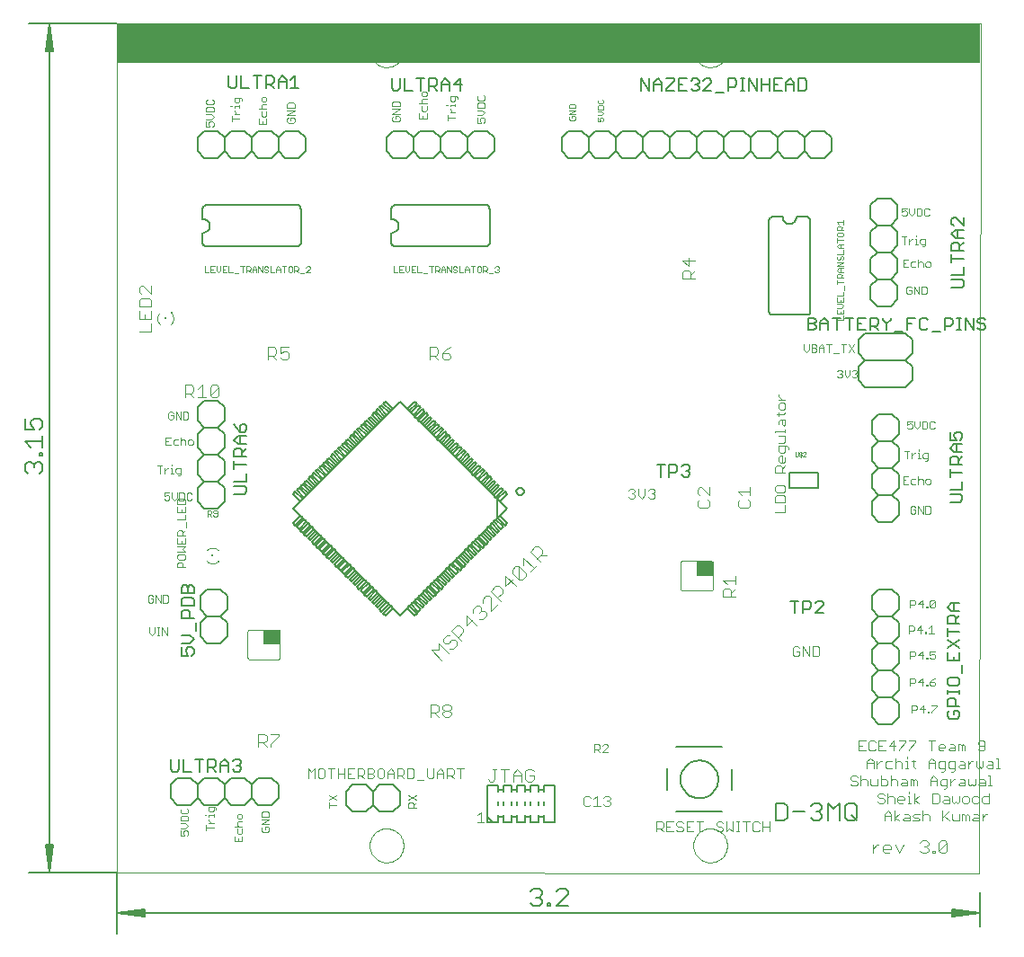
<source format=gto>
G75*
%MOIN*%
%OFA0B0*%
%FSLAX24Y24*%
%IPPOS*%
%LPD*%
%AMOC8*
5,1,8,0,0,1.08239X$1,22.5*
%
%ADD10C,0.0000*%
%ADD11C,0.0060*%
%ADD12C,0.0040*%
%ADD13C,0.0030*%
%ADD14C,0.0020*%
%ADD15C,0.0051*%
%ADD16R,3.2000X0.1500*%
%ADD17C,0.0050*%
%ADD18C,0.0080*%
%ADD19R,0.0591X0.0531*%
%ADD20C,0.0010*%
%ADD21R,0.0079X0.0079*%
%ADD22R,0.0098X0.0059*%
%ADD23R,0.0059X0.0098*%
D10*
X003760Y002393D02*
X003760Y033889D01*
X035780Y033889D01*
X035730Y002343D01*
X003760Y002393D01*
X013130Y003393D02*
X013132Y003443D01*
X013138Y003493D01*
X013148Y003542D01*
X013162Y003590D01*
X013179Y003637D01*
X013200Y003682D01*
X013225Y003726D01*
X013253Y003767D01*
X013285Y003806D01*
X013319Y003843D01*
X013356Y003877D01*
X013396Y003907D01*
X013438Y003934D01*
X013482Y003958D01*
X013528Y003979D01*
X013575Y003995D01*
X013623Y004008D01*
X013673Y004017D01*
X013722Y004022D01*
X013773Y004023D01*
X013823Y004020D01*
X013872Y004013D01*
X013921Y004002D01*
X013969Y003987D01*
X014015Y003969D01*
X014060Y003947D01*
X014103Y003921D01*
X014144Y003892D01*
X014183Y003860D01*
X014219Y003825D01*
X014251Y003787D01*
X014281Y003747D01*
X014308Y003704D01*
X014331Y003660D01*
X014350Y003614D01*
X014366Y003566D01*
X014378Y003517D01*
X014386Y003468D01*
X014390Y003418D01*
X014390Y003368D01*
X014386Y003318D01*
X014378Y003269D01*
X014366Y003220D01*
X014350Y003172D01*
X014331Y003126D01*
X014308Y003082D01*
X014281Y003039D01*
X014251Y002999D01*
X014219Y002961D01*
X014183Y002926D01*
X014144Y002894D01*
X014103Y002865D01*
X014060Y002839D01*
X014015Y002817D01*
X013969Y002799D01*
X013921Y002784D01*
X013872Y002773D01*
X013823Y002766D01*
X013773Y002763D01*
X013722Y002764D01*
X013673Y002769D01*
X013623Y002778D01*
X013575Y002791D01*
X013528Y002807D01*
X013482Y002828D01*
X013438Y002852D01*
X013396Y002879D01*
X013356Y002909D01*
X013319Y002943D01*
X013285Y002980D01*
X013253Y003019D01*
X013225Y003060D01*
X013200Y003104D01*
X013179Y003149D01*
X013162Y003196D01*
X013148Y003244D01*
X013138Y003293D01*
X013132Y003343D01*
X013130Y003393D01*
X025130Y003393D02*
X025132Y003443D01*
X025138Y003493D01*
X025148Y003542D01*
X025162Y003590D01*
X025179Y003637D01*
X025200Y003682D01*
X025225Y003726D01*
X025253Y003767D01*
X025285Y003806D01*
X025319Y003843D01*
X025356Y003877D01*
X025396Y003907D01*
X025438Y003934D01*
X025482Y003958D01*
X025528Y003979D01*
X025575Y003995D01*
X025623Y004008D01*
X025673Y004017D01*
X025722Y004022D01*
X025773Y004023D01*
X025823Y004020D01*
X025872Y004013D01*
X025921Y004002D01*
X025969Y003987D01*
X026015Y003969D01*
X026060Y003947D01*
X026103Y003921D01*
X026144Y003892D01*
X026183Y003860D01*
X026219Y003825D01*
X026251Y003787D01*
X026281Y003747D01*
X026308Y003704D01*
X026331Y003660D01*
X026350Y003614D01*
X026366Y003566D01*
X026378Y003517D01*
X026386Y003468D01*
X026390Y003418D01*
X026390Y003368D01*
X026386Y003318D01*
X026378Y003269D01*
X026366Y003220D01*
X026350Y003172D01*
X026331Y003126D01*
X026308Y003082D01*
X026281Y003039D01*
X026251Y002999D01*
X026219Y002961D01*
X026183Y002926D01*
X026144Y002894D01*
X026103Y002865D01*
X026060Y002839D01*
X026015Y002817D01*
X025969Y002799D01*
X025921Y002784D01*
X025872Y002773D01*
X025823Y002766D01*
X025773Y002763D01*
X025722Y002764D01*
X025673Y002769D01*
X025623Y002778D01*
X025575Y002791D01*
X025528Y002807D01*
X025482Y002828D01*
X025438Y002852D01*
X025396Y002879D01*
X025356Y002909D01*
X025319Y002943D01*
X025285Y002980D01*
X025253Y003019D01*
X025225Y003060D01*
X025200Y003104D01*
X025179Y003149D01*
X025162Y003196D01*
X025148Y003244D01*
X025138Y003293D01*
X025132Y003343D01*
X025130Y003393D01*
X025130Y032893D02*
X025132Y032943D01*
X025138Y032993D01*
X025148Y033042D01*
X025162Y033090D01*
X025179Y033137D01*
X025200Y033182D01*
X025225Y033226D01*
X025253Y033267D01*
X025285Y033306D01*
X025319Y033343D01*
X025356Y033377D01*
X025396Y033407D01*
X025438Y033434D01*
X025482Y033458D01*
X025528Y033479D01*
X025575Y033495D01*
X025623Y033508D01*
X025673Y033517D01*
X025722Y033522D01*
X025773Y033523D01*
X025823Y033520D01*
X025872Y033513D01*
X025921Y033502D01*
X025969Y033487D01*
X026015Y033469D01*
X026060Y033447D01*
X026103Y033421D01*
X026144Y033392D01*
X026183Y033360D01*
X026219Y033325D01*
X026251Y033287D01*
X026281Y033247D01*
X026308Y033204D01*
X026331Y033160D01*
X026350Y033114D01*
X026366Y033066D01*
X026378Y033017D01*
X026386Y032968D01*
X026390Y032918D01*
X026390Y032868D01*
X026386Y032818D01*
X026378Y032769D01*
X026366Y032720D01*
X026350Y032672D01*
X026331Y032626D01*
X026308Y032582D01*
X026281Y032539D01*
X026251Y032499D01*
X026219Y032461D01*
X026183Y032426D01*
X026144Y032394D01*
X026103Y032365D01*
X026060Y032339D01*
X026015Y032317D01*
X025969Y032299D01*
X025921Y032284D01*
X025872Y032273D01*
X025823Y032266D01*
X025773Y032263D01*
X025722Y032264D01*
X025673Y032269D01*
X025623Y032278D01*
X025575Y032291D01*
X025528Y032307D01*
X025482Y032328D01*
X025438Y032352D01*
X025396Y032379D01*
X025356Y032409D01*
X025319Y032443D01*
X025285Y032480D01*
X025253Y032519D01*
X025225Y032560D01*
X025200Y032604D01*
X025179Y032649D01*
X025162Y032696D01*
X025148Y032744D01*
X025138Y032793D01*
X025132Y032843D01*
X025130Y032893D01*
X013130Y032893D02*
X013132Y032943D01*
X013138Y032993D01*
X013148Y033042D01*
X013162Y033090D01*
X013179Y033137D01*
X013200Y033182D01*
X013225Y033226D01*
X013253Y033267D01*
X013285Y033306D01*
X013319Y033343D01*
X013356Y033377D01*
X013396Y033407D01*
X013438Y033434D01*
X013482Y033458D01*
X013528Y033479D01*
X013575Y033495D01*
X013623Y033508D01*
X013673Y033517D01*
X013722Y033522D01*
X013773Y033523D01*
X013823Y033520D01*
X013872Y033513D01*
X013921Y033502D01*
X013969Y033487D01*
X014015Y033469D01*
X014060Y033447D01*
X014103Y033421D01*
X014144Y033392D01*
X014183Y033360D01*
X014219Y033325D01*
X014251Y033287D01*
X014281Y033247D01*
X014308Y033204D01*
X014331Y033160D01*
X014350Y033114D01*
X014366Y033066D01*
X014378Y033017D01*
X014386Y032968D01*
X014390Y032918D01*
X014390Y032868D01*
X014386Y032818D01*
X014378Y032769D01*
X014366Y032720D01*
X014350Y032672D01*
X014331Y032626D01*
X014308Y032582D01*
X014281Y032539D01*
X014251Y032499D01*
X014219Y032461D01*
X014183Y032426D01*
X014144Y032394D01*
X014103Y032365D01*
X014060Y032339D01*
X014015Y032317D01*
X013969Y032299D01*
X013921Y032284D01*
X013872Y032273D01*
X013823Y032266D01*
X013773Y032263D01*
X013722Y032264D01*
X013673Y032269D01*
X013623Y032278D01*
X013575Y032291D01*
X013528Y032307D01*
X013482Y032328D01*
X013438Y032352D01*
X013396Y032379D01*
X013356Y032409D01*
X013319Y032443D01*
X013285Y032480D01*
X013253Y032519D01*
X013225Y032560D01*
X013200Y032604D01*
X013179Y032649D01*
X013162Y032696D01*
X013148Y032744D01*
X013138Y032793D01*
X013132Y032843D01*
X013130Y032893D01*
D11*
X014010Y029893D02*
X013760Y029643D01*
X013760Y029143D01*
X014010Y028893D01*
X014510Y028893D01*
X014760Y029143D01*
X014760Y029643D01*
X014510Y029893D01*
X014010Y029893D01*
X014760Y029643D02*
X015010Y029893D01*
X015510Y029893D01*
X015760Y029643D01*
X016010Y029893D01*
X016510Y029893D01*
X016760Y029643D01*
X017010Y029893D01*
X017510Y029893D01*
X017760Y029643D01*
X017760Y029143D01*
X017510Y028893D01*
X017010Y028893D01*
X016760Y029143D01*
X016510Y028893D01*
X016010Y028893D01*
X015760Y029143D01*
X015760Y029643D01*
X015760Y029143D02*
X015510Y028893D01*
X015010Y028893D01*
X014760Y029143D01*
X016760Y029143D02*
X016760Y029643D01*
X020260Y029643D02*
X020260Y029143D01*
X020510Y028893D01*
X021010Y028893D01*
X021260Y029143D01*
X021510Y028893D01*
X022010Y028893D01*
X022260Y029143D01*
X022260Y029643D01*
X022010Y029893D01*
X021510Y029893D01*
X021260Y029643D01*
X021260Y029143D01*
X021260Y029643D02*
X021010Y029893D01*
X020510Y029893D01*
X020260Y029643D01*
X022260Y029643D02*
X022510Y029893D01*
X023010Y029893D01*
X023260Y029643D01*
X023510Y029893D01*
X024010Y029893D01*
X024260Y029643D01*
X024510Y029893D01*
X025010Y029893D01*
X025260Y029643D01*
X025260Y029143D01*
X025010Y028893D01*
X024510Y028893D01*
X024260Y029143D01*
X024010Y028893D01*
X023510Y028893D01*
X023260Y029143D01*
X023010Y028893D01*
X022510Y028893D01*
X022260Y029143D01*
X023260Y029143D02*
X023260Y029643D01*
X024260Y029643D02*
X024260Y029143D01*
X025260Y029143D02*
X025510Y028893D01*
X026010Y028893D01*
X026260Y029143D01*
X026510Y028893D01*
X027010Y028893D01*
X027260Y029143D01*
X027510Y028893D01*
X028010Y028893D01*
X028260Y029143D01*
X028260Y029643D01*
X028010Y029893D01*
X027510Y029893D01*
X027260Y029643D01*
X027260Y029143D01*
X027260Y029643D02*
X027010Y029893D01*
X026510Y029893D01*
X026260Y029643D01*
X026260Y029143D01*
X026260Y029643D02*
X026010Y029893D01*
X025510Y029893D01*
X025260Y029643D01*
X028260Y029643D02*
X028510Y029893D01*
X029010Y029893D01*
X029260Y029643D01*
X029510Y029893D01*
X030010Y029893D01*
X030260Y029643D01*
X030260Y029143D01*
X030010Y028893D01*
X029510Y028893D01*
X029260Y029143D01*
X029010Y028893D01*
X028510Y028893D01*
X028260Y029143D01*
X029260Y029143D02*
X029260Y029643D01*
X031710Y027143D02*
X031710Y026643D01*
X031960Y026393D01*
X031710Y026143D01*
X031710Y025643D01*
X031960Y025393D01*
X032460Y025393D01*
X032710Y025643D01*
X032710Y026143D01*
X032460Y026393D01*
X031960Y026393D01*
X032460Y026393D02*
X032710Y026643D01*
X032710Y027143D01*
X032460Y027393D01*
X031960Y027393D01*
X031710Y027143D01*
X031960Y025393D02*
X031710Y025143D01*
X031710Y024643D01*
X031960Y024393D01*
X031710Y024143D01*
X031710Y023643D01*
X031960Y023393D01*
X032460Y023393D01*
X032710Y023643D01*
X032710Y024143D01*
X032460Y024393D01*
X031960Y024393D01*
X032460Y024393D02*
X032710Y024643D01*
X032710Y025143D01*
X032460Y025393D01*
X033010Y022393D02*
X031510Y022393D01*
X031260Y022143D01*
X031260Y021643D01*
X031510Y021393D01*
X033010Y021393D01*
X033260Y021143D01*
X033260Y020643D01*
X033010Y020393D01*
X031510Y020393D01*
X031260Y020643D01*
X031260Y021143D01*
X031510Y021393D01*
X033010Y021393D02*
X033260Y021643D01*
X033260Y022143D01*
X033010Y022393D01*
X032510Y019393D02*
X032010Y019393D01*
X031760Y019143D01*
X031760Y018643D01*
X032010Y018393D01*
X031760Y018143D01*
X031760Y017643D01*
X032010Y017393D01*
X032510Y017393D01*
X032760Y017643D01*
X032760Y018143D01*
X032510Y018393D01*
X032010Y018393D01*
X032510Y018393D02*
X032760Y018643D01*
X032760Y019143D01*
X032510Y019393D01*
X032510Y017393D02*
X032760Y017143D01*
X032760Y016643D01*
X032510Y016393D01*
X032760Y016143D01*
X032760Y015643D01*
X032510Y015393D01*
X032010Y015393D01*
X031760Y015643D01*
X031760Y016143D01*
X032010Y016393D01*
X031760Y016643D01*
X031760Y017143D01*
X032010Y017393D01*
X032010Y016393D02*
X032510Y016393D01*
X032510Y012893D02*
X032010Y012893D01*
X031760Y012643D01*
X031760Y012143D01*
X032010Y011893D01*
X031760Y011643D01*
X031760Y011143D01*
X032010Y010893D01*
X032510Y010893D01*
X032760Y011143D01*
X032760Y011643D01*
X032510Y011893D01*
X032010Y011893D01*
X032510Y011893D02*
X032760Y012143D01*
X032760Y012643D01*
X032510Y012893D01*
X032510Y010893D02*
X032760Y010643D01*
X032760Y010143D01*
X032510Y009893D01*
X032760Y009643D01*
X032760Y009143D01*
X032510Y008893D01*
X032760Y008643D01*
X032760Y008143D01*
X032510Y007893D01*
X032010Y007893D01*
X031760Y008143D01*
X031760Y008643D01*
X032010Y008893D01*
X031760Y009143D01*
X031760Y009643D01*
X032010Y009893D01*
X031760Y010143D01*
X031760Y010643D01*
X032010Y010893D01*
X032010Y009893D02*
X032510Y009893D01*
X032510Y008893D02*
X032010Y008893D01*
X031088Y004964D02*
X031195Y004857D01*
X031195Y004430D01*
X031088Y004323D01*
X030874Y004323D01*
X030768Y004430D01*
X030768Y004857D01*
X030874Y004964D01*
X031088Y004964D01*
X030981Y004537D02*
X031195Y004323D01*
X030550Y004323D02*
X030550Y004964D01*
X030337Y004750D01*
X030123Y004964D01*
X030123Y004323D01*
X029906Y004430D02*
X029799Y004323D01*
X029585Y004323D01*
X029479Y004430D01*
X029692Y004644D02*
X029799Y004644D01*
X029906Y004537D01*
X029906Y004430D01*
X029799Y004644D02*
X029906Y004750D01*
X029906Y004857D01*
X029799Y004964D01*
X029585Y004964D01*
X029479Y004857D01*
X029261Y004644D02*
X028834Y004644D01*
X028617Y004857D02*
X028510Y004964D01*
X028190Y004964D01*
X028190Y004323D01*
X028510Y004323D01*
X028617Y004430D01*
X028617Y004857D01*
X020486Y001683D02*
X020379Y001790D01*
X020166Y001790D01*
X020059Y001683D01*
X020486Y001683D02*
X020486Y001577D01*
X020059Y001149D01*
X020486Y001149D01*
X019843Y001149D02*
X019737Y001149D01*
X019737Y001256D01*
X019843Y001256D01*
X019843Y001149D01*
X019519Y001256D02*
X019519Y001363D01*
X019412Y001470D01*
X019305Y001470D01*
X019412Y001470D02*
X019519Y001577D01*
X019519Y001683D01*
X019412Y001790D01*
X019199Y001790D01*
X019092Y001683D01*
X019092Y001256D02*
X019199Y001149D01*
X019412Y001149D01*
X019519Y001256D01*
X014260Y004893D02*
X014010Y004643D01*
X013510Y004643D01*
X013260Y004893D01*
X013010Y004643D01*
X012510Y004643D01*
X012260Y004893D01*
X012260Y005393D01*
X012510Y005643D01*
X013010Y005643D01*
X013260Y005393D01*
X013510Y005643D01*
X014010Y005643D01*
X014260Y005393D01*
X014260Y004893D01*
X013260Y004893D02*
X013260Y005393D01*
X009760Y005143D02*
X009510Y004893D01*
X009010Y004893D01*
X008760Y005143D01*
X008510Y004893D01*
X008010Y004893D01*
X007760Y005143D01*
X007510Y004893D01*
X007010Y004893D01*
X006760Y005143D01*
X006510Y004893D01*
X006010Y004893D01*
X005760Y005143D01*
X005760Y005643D01*
X006010Y005893D01*
X006510Y005893D01*
X006760Y005643D01*
X007010Y005893D01*
X007510Y005893D01*
X007760Y005643D01*
X007760Y005143D01*
X007760Y005643D02*
X008010Y005893D01*
X008510Y005893D01*
X008760Y005643D01*
X009010Y005893D01*
X009510Y005893D01*
X009760Y005643D01*
X009760Y005143D01*
X008760Y005143D02*
X008760Y005643D01*
X006760Y005643D02*
X006760Y005143D01*
X007110Y010893D02*
X006860Y011143D01*
X006860Y011643D01*
X007110Y011893D01*
X006860Y012143D01*
X006860Y012643D01*
X007110Y012893D01*
X007610Y012893D01*
X007860Y012643D01*
X007860Y012143D01*
X007610Y011893D01*
X007860Y011643D01*
X007860Y011143D01*
X007610Y010893D01*
X007110Y010893D01*
X007110Y011893D02*
X007610Y011893D01*
X010710Y014932D02*
X010788Y014854D01*
X011063Y015130D01*
X010986Y015207D01*
X010710Y014932D01*
X010653Y014988D02*
X010929Y015264D01*
X010851Y015342D01*
X010575Y015066D01*
X010653Y014988D01*
X010512Y015130D02*
X010788Y015405D01*
X010710Y015483D01*
X010434Y015207D01*
X010512Y015130D01*
X010370Y015271D02*
X010646Y015547D01*
X010568Y015625D01*
X010293Y015349D01*
X010370Y015271D01*
X010851Y014790D02*
X010929Y014712D01*
X011205Y014988D01*
X011127Y015066D01*
X010851Y014790D01*
X010993Y014649D02*
X011070Y014571D01*
X011346Y014847D01*
X011268Y014925D01*
X010993Y014649D01*
X011127Y014514D02*
X011205Y014437D01*
X011481Y014712D01*
X011403Y014790D01*
X011127Y014514D01*
X011268Y014373D02*
X011544Y014649D01*
X011622Y014571D01*
X011346Y014295D01*
X011268Y014373D01*
X011410Y014232D02*
X011488Y014154D01*
X011763Y014430D01*
X011686Y014507D01*
X011410Y014232D01*
X011544Y014097D02*
X011622Y014019D01*
X011898Y014295D01*
X011820Y014373D01*
X011544Y014097D01*
X011686Y013956D02*
X011763Y013878D01*
X012039Y014154D01*
X011961Y014232D01*
X011686Y013956D01*
X011827Y013814D02*
X011905Y013737D01*
X012181Y014012D01*
X012103Y014090D01*
X011827Y013814D01*
X011968Y013673D02*
X012046Y013595D01*
X012322Y013871D01*
X012237Y013956D01*
X011968Y013673D01*
X012103Y013539D02*
X012181Y013461D01*
X012456Y013737D01*
X012379Y013814D01*
X012103Y013539D01*
X012244Y013397D02*
X012322Y013319D01*
X012598Y013595D01*
X012520Y013673D01*
X012244Y013397D01*
X012386Y013256D02*
X012463Y013178D01*
X012739Y013454D01*
X012661Y013532D01*
X012386Y013256D01*
X012520Y013121D02*
X012598Y013044D01*
X012874Y013319D01*
X012796Y013397D01*
X012520Y013121D01*
X012661Y012980D02*
X012739Y012902D01*
X013015Y013178D01*
X012937Y013256D01*
X012661Y012980D01*
X012803Y012839D02*
X012881Y012761D01*
X013156Y013037D01*
X013079Y013114D01*
X012803Y012839D01*
X012937Y012704D02*
X013015Y012626D01*
X013291Y012902D01*
X013213Y012980D01*
X012937Y012704D01*
X013079Y012563D02*
X013156Y012485D01*
X013432Y012761D01*
X013354Y012839D01*
X013079Y012563D01*
X013220Y012421D02*
X013298Y012344D01*
X013574Y012619D01*
X013496Y012697D01*
X013220Y012421D01*
X013354Y012287D02*
X013432Y012209D01*
X013708Y012485D01*
X013630Y012563D01*
X013354Y012287D01*
X013496Y012146D02*
X013574Y012068D01*
X013849Y012344D01*
X013772Y012421D01*
X013496Y012146D01*
X013637Y012004D02*
X013715Y011926D01*
X013991Y012202D01*
X013913Y012280D01*
X013637Y012004D01*
X014260Y011934D02*
X018219Y015893D01*
X014260Y019853D01*
X010300Y015893D01*
X014260Y011934D01*
X014528Y012202D02*
X014606Y012280D01*
X014882Y012004D01*
X014804Y011926D01*
X014528Y012202D01*
X014670Y012344D02*
X014945Y012068D01*
X015023Y012146D01*
X014747Y012421D01*
X014670Y012344D01*
X014811Y012485D02*
X015087Y012209D01*
X015165Y012287D01*
X014889Y012563D01*
X014811Y012485D01*
X014945Y012619D02*
X015221Y012344D01*
X015299Y012421D01*
X015023Y012697D01*
X014945Y012619D01*
X015087Y012761D02*
X015363Y012485D01*
X015440Y012563D01*
X015165Y012839D01*
X015087Y012761D01*
X015228Y012902D02*
X015504Y012626D01*
X015582Y012704D01*
X015306Y012980D01*
X015228Y012902D01*
X015363Y013037D02*
X015638Y012761D01*
X015716Y012839D01*
X015440Y013114D01*
X015363Y013037D01*
X015504Y013178D02*
X015780Y012902D01*
X015858Y012980D01*
X015582Y013256D01*
X015504Y013178D01*
X015645Y013319D02*
X015921Y013044D01*
X015999Y013121D01*
X015723Y013397D01*
X015645Y013319D01*
X015780Y013454D02*
X016056Y013178D01*
X016133Y013256D01*
X015858Y013532D01*
X015780Y013454D01*
X015921Y013595D02*
X016197Y013319D01*
X016275Y013397D01*
X015999Y013673D01*
X015921Y013595D01*
X016063Y013737D02*
X016338Y013461D01*
X016416Y013539D01*
X016140Y013814D01*
X016063Y013737D01*
X016197Y013871D02*
X016480Y013602D01*
X016558Y013680D01*
X016282Y013956D01*
X016197Y013871D01*
X016338Y014012D02*
X016614Y013737D01*
X016692Y013814D01*
X016416Y014090D01*
X016338Y014012D01*
X016480Y014154D02*
X016756Y013878D01*
X016833Y013956D01*
X016558Y014232D01*
X016480Y014154D01*
X016621Y014295D02*
X016897Y014019D01*
X016975Y014097D01*
X016699Y014373D01*
X016621Y014295D01*
X016756Y014430D02*
X017031Y014154D01*
X017109Y014232D01*
X016833Y014507D01*
X016756Y014430D01*
X016897Y014571D02*
X017173Y014295D01*
X017251Y014373D01*
X016975Y014649D01*
X016897Y014571D01*
X017038Y014712D02*
X017314Y014437D01*
X017392Y014514D01*
X017116Y014790D01*
X017038Y014712D01*
X017173Y014847D02*
X017449Y014571D01*
X017526Y014649D01*
X017251Y014925D01*
X017173Y014847D01*
X017314Y014988D02*
X017590Y014712D01*
X017668Y014790D01*
X017392Y015066D01*
X017314Y014988D01*
X017456Y015130D02*
X017731Y014854D01*
X017809Y014932D01*
X017533Y015207D01*
X017456Y015130D01*
X017590Y015264D02*
X017866Y014988D01*
X017944Y015066D01*
X017668Y015342D01*
X017590Y015264D01*
X017731Y015405D02*
X018007Y015130D01*
X018085Y015207D01*
X017809Y015483D01*
X017731Y015405D01*
X017866Y015540D02*
X017866Y016247D01*
X017873Y016240D02*
X018149Y016516D01*
X018226Y016438D01*
X017951Y016162D01*
X017873Y016240D01*
X017809Y016303D02*
X018085Y016579D01*
X018007Y016657D01*
X017731Y016381D01*
X017809Y016303D01*
X017668Y016445D02*
X017944Y016721D01*
X017866Y016798D01*
X017590Y016523D01*
X017668Y016445D01*
X017533Y016579D02*
X017809Y016855D01*
X017731Y016933D01*
X017456Y016657D01*
X017533Y016579D01*
X017392Y016721D02*
X017668Y016996D01*
X017590Y017074D01*
X017314Y016798D01*
X017392Y016721D01*
X017251Y016862D02*
X017526Y017138D01*
X017449Y017216D01*
X017173Y016940D01*
X017251Y016862D01*
X017116Y016996D02*
X017392Y017272D01*
X017314Y017350D01*
X017038Y017074D01*
X017116Y016996D01*
X016975Y017138D02*
X017251Y017414D01*
X017173Y017491D01*
X016897Y017216D01*
X016975Y017138D01*
X016833Y017279D02*
X017109Y017555D01*
X017031Y017633D01*
X016756Y017357D01*
X016833Y017279D01*
X016699Y017414D02*
X016621Y017491D01*
X016897Y017767D01*
X016975Y017689D01*
X016699Y017414D01*
X016558Y017555D02*
X016833Y017831D01*
X016756Y017909D01*
X016480Y017633D01*
X016558Y017555D01*
X016416Y017696D02*
X016692Y017972D01*
X016614Y018050D01*
X016338Y017774D01*
X016416Y017696D01*
X016282Y017831D02*
X016551Y018114D01*
X016473Y018191D01*
X016197Y017916D01*
X016282Y017831D01*
X016140Y017972D02*
X016416Y018248D01*
X016338Y018326D01*
X016063Y018050D01*
X016140Y017972D01*
X015999Y018114D02*
X015921Y018191D01*
X016197Y018467D01*
X016275Y018389D01*
X015999Y018114D01*
X015858Y018255D02*
X016133Y018531D01*
X016056Y018609D01*
X015780Y018333D01*
X015858Y018255D01*
X015723Y018389D02*
X015999Y018665D01*
X015921Y018743D01*
X015645Y018467D01*
X015723Y018389D01*
X015582Y018531D02*
X015858Y018807D01*
X015780Y018884D01*
X015504Y018609D01*
X015582Y018531D01*
X015440Y018672D02*
X015716Y018948D01*
X015638Y019026D01*
X015363Y018750D01*
X015440Y018672D01*
X015306Y018807D02*
X015228Y018884D01*
X015504Y019160D01*
X015582Y019082D01*
X015306Y018807D01*
X015165Y018948D02*
X015440Y019224D01*
X015363Y019302D01*
X015087Y019026D01*
X015165Y018948D01*
X015023Y019089D02*
X015299Y019365D01*
X015221Y019443D01*
X014945Y019167D01*
X015023Y019089D01*
X014889Y019224D02*
X015165Y019500D01*
X015087Y019577D01*
X014811Y019302D01*
X014889Y019224D01*
X014747Y019365D02*
X014670Y019443D01*
X014945Y019719D01*
X015023Y019641D01*
X014747Y019365D01*
X014606Y019507D02*
X014882Y019782D01*
X014804Y019860D01*
X014528Y019584D01*
X014606Y019507D01*
X013991Y019584D02*
X013715Y019860D01*
X013637Y019782D01*
X013913Y019507D01*
X013991Y019584D01*
X013849Y019443D02*
X013574Y019719D01*
X013496Y019641D01*
X013772Y019365D01*
X013849Y019443D01*
X013708Y019302D02*
X013432Y019577D01*
X013354Y019500D01*
X013630Y019224D01*
X013708Y019302D01*
X013574Y019167D02*
X013298Y019443D01*
X013220Y019365D01*
X013496Y019089D01*
X013574Y019167D01*
X013432Y019026D02*
X013354Y018948D01*
X013079Y019224D01*
X013156Y019302D01*
X013432Y019026D01*
X013291Y018884D02*
X013015Y019160D01*
X012937Y019082D01*
X013213Y018807D01*
X013291Y018884D01*
X013156Y018750D02*
X012881Y019026D01*
X012803Y018948D01*
X013079Y018672D01*
X013156Y018750D01*
X013015Y018609D02*
X012739Y018884D01*
X012661Y018807D01*
X012937Y018531D01*
X013015Y018609D01*
X012874Y018467D02*
X012598Y018743D01*
X012520Y018665D01*
X012796Y018389D01*
X012874Y018467D01*
X012739Y018333D02*
X012661Y018255D01*
X012386Y018531D01*
X012463Y018609D01*
X012739Y018333D01*
X012598Y018191D02*
X012322Y018467D01*
X012244Y018389D01*
X012520Y018114D01*
X012598Y018191D01*
X012456Y018050D02*
X012181Y018326D01*
X012103Y018248D01*
X012379Y017972D01*
X012456Y018050D01*
X012322Y017916D02*
X012039Y018184D01*
X011961Y018107D01*
X012237Y017831D01*
X012322Y017916D01*
X012181Y017774D02*
X011905Y018050D01*
X011827Y017972D01*
X012103Y017696D01*
X012181Y017774D01*
X012039Y017633D02*
X011961Y017555D01*
X011686Y017831D01*
X011763Y017909D01*
X012039Y017633D01*
X011898Y017491D02*
X011622Y017767D01*
X011544Y017689D01*
X011820Y017414D01*
X011898Y017491D01*
X011763Y017357D02*
X011488Y017633D01*
X011410Y017555D01*
X011686Y017279D01*
X011763Y017357D01*
X011622Y017216D02*
X011544Y017138D01*
X011268Y017414D01*
X011346Y017491D01*
X011622Y017216D01*
X011481Y017074D02*
X011403Y016996D01*
X011127Y017272D01*
X011205Y017350D01*
X011481Y017074D01*
X011346Y016940D02*
X011070Y017216D01*
X010993Y017138D01*
X011268Y016862D01*
X011346Y016940D01*
X011205Y016798D02*
X010929Y017074D01*
X010851Y016996D01*
X011127Y016721D01*
X011205Y016798D01*
X011063Y016657D02*
X010788Y016933D01*
X010710Y016855D01*
X010986Y016579D01*
X011063Y016657D01*
X010929Y016523D02*
X010653Y016798D01*
X010575Y016721D01*
X010851Y016445D01*
X010929Y016523D01*
X010788Y016381D02*
X010710Y016303D01*
X010434Y016579D01*
X010512Y016657D01*
X010788Y016381D01*
X010646Y016240D02*
X010370Y016516D01*
X010293Y016438D01*
X010568Y016162D01*
X010646Y016240D01*
X007760Y016143D02*
X007760Y016643D01*
X007510Y016893D01*
X007760Y017143D01*
X007760Y017643D01*
X007510Y017893D01*
X007010Y017893D01*
X006760Y017643D01*
X006760Y017143D01*
X007010Y016893D01*
X007510Y016893D01*
X007010Y016893D02*
X006760Y016643D01*
X006760Y016143D01*
X007010Y015893D01*
X007510Y015893D01*
X007760Y016143D01*
X007510Y017893D02*
X007760Y018143D01*
X007760Y018643D01*
X007510Y018893D01*
X007760Y019143D01*
X007760Y019643D01*
X007510Y019893D01*
X007010Y019893D01*
X006760Y019643D01*
X006760Y019143D01*
X007010Y018893D01*
X007510Y018893D01*
X007010Y018893D02*
X006760Y018643D01*
X006760Y018143D01*
X007010Y017893D01*
X001003Y017948D02*
X001003Y017841D01*
X000897Y017841D01*
X000897Y017948D01*
X001003Y017948D01*
X001003Y018163D02*
X001003Y018590D01*
X001003Y018377D02*
X000363Y018377D01*
X000576Y018163D01*
X000576Y017623D02*
X000683Y017517D01*
X000790Y017623D01*
X000897Y017623D01*
X001003Y017517D01*
X001003Y017303D01*
X000897Y017196D01*
X000683Y017410D02*
X000683Y017517D01*
X000576Y017623D02*
X000470Y017623D01*
X000363Y017517D01*
X000363Y017303D01*
X000470Y017196D01*
X000363Y018808D02*
X000683Y018808D01*
X000576Y019021D01*
X000576Y019128D01*
X000683Y019235D01*
X000897Y019235D01*
X001003Y019128D01*
X001003Y018915D01*
X000897Y018808D01*
X000363Y018808D02*
X000363Y019235D01*
X007010Y028893D02*
X007510Y028893D01*
X007760Y029143D01*
X008010Y028893D01*
X008510Y028893D01*
X008760Y029143D01*
X008760Y029643D01*
X008510Y029893D01*
X008010Y029893D01*
X007760Y029643D01*
X007760Y029143D01*
X007760Y029643D02*
X007510Y029893D01*
X007010Y029893D01*
X006760Y029643D01*
X006760Y029143D01*
X007010Y028893D01*
X008760Y029143D02*
X009010Y028893D01*
X009510Y028893D01*
X009760Y029143D01*
X010010Y028893D01*
X010510Y028893D01*
X010760Y029143D01*
X010760Y029643D01*
X010510Y029893D01*
X010010Y029893D01*
X009760Y029643D01*
X009760Y029143D01*
X009760Y029643D02*
X009510Y029893D01*
X009010Y029893D01*
X008760Y029643D01*
X017951Y015625D02*
X018226Y015349D01*
X018149Y015271D01*
X017873Y015547D01*
X017951Y015625D01*
D12*
X016049Y021413D02*
X015896Y021413D01*
X015819Y021490D01*
X015819Y021644D01*
X016049Y021644D01*
X016126Y021567D01*
X016126Y021490D01*
X016049Y021413D01*
X015819Y021644D02*
X015973Y021797D01*
X016126Y021874D01*
X015666Y021797D02*
X015666Y021644D01*
X015589Y021567D01*
X015359Y021567D01*
X015512Y021567D02*
X015666Y021413D01*
X015359Y021413D02*
X015359Y021874D01*
X015589Y021874D01*
X015666Y021797D01*
X010126Y021874D02*
X009819Y021874D01*
X009819Y021644D01*
X009973Y021720D01*
X010049Y021720D01*
X010126Y021644D01*
X010126Y021490D01*
X010049Y021413D01*
X009896Y021413D01*
X009819Y021490D01*
X009666Y021413D02*
X009512Y021567D01*
X009589Y021567D02*
X009359Y021567D01*
X009359Y021413D02*
X009359Y021874D01*
X009589Y021874D01*
X009666Y021797D01*
X009666Y021644D01*
X009589Y021567D01*
X007526Y020397D02*
X007219Y020090D01*
X007296Y020013D01*
X007449Y020013D01*
X007526Y020090D01*
X007526Y020397D01*
X007449Y020474D01*
X007296Y020474D01*
X007219Y020397D01*
X007219Y020090D01*
X007066Y020013D02*
X006759Y020013D01*
X006912Y020013D02*
X006912Y020474D01*
X006759Y020320D01*
X006605Y020244D02*
X006529Y020167D01*
X006298Y020167D01*
X006298Y020013D02*
X006298Y020474D01*
X006529Y020474D01*
X006605Y020397D01*
X006605Y020244D01*
X006452Y020167D02*
X006605Y020013D01*
X005040Y022463D02*
X004579Y022463D01*
X005040Y022463D02*
X005040Y022770D01*
X005040Y022924D02*
X004579Y022924D01*
X004579Y023231D01*
X004579Y023384D02*
X004579Y023614D01*
X004656Y023691D01*
X004963Y023691D01*
X005040Y023614D01*
X005040Y023384D01*
X004579Y023384D01*
X004809Y023077D02*
X004809Y022924D01*
X005040Y022924D02*
X005040Y023231D01*
X005363Y023160D02*
X005340Y023137D01*
X005320Y023111D01*
X005303Y023083D01*
X005289Y023054D01*
X005278Y023023D01*
X005271Y022992D01*
X005267Y022959D01*
X005267Y022927D01*
X005271Y022894D01*
X005278Y022863D01*
X005289Y022832D01*
X005303Y022803D01*
X005320Y022775D01*
X005340Y022749D01*
X005363Y022726D01*
X005757Y022726D02*
X005780Y022749D01*
X005800Y022775D01*
X005817Y022803D01*
X005831Y022832D01*
X005842Y022863D01*
X005849Y022894D01*
X005853Y022927D01*
X005853Y022959D01*
X005849Y022992D01*
X005842Y023023D01*
X005831Y023054D01*
X005817Y023083D01*
X005800Y023111D01*
X005780Y023137D01*
X005757Y023160D01*
X005040Y023844D02*
X004733Y024151D01*
X004656Y024151D01*
X004579Y024075D01*
X004579Y023921D01*
X004656Y023844D01*
X005040Y023844D02*
X005040Y024151D01*
X007093Y014340D02*
X007116Y014363D01*
X007142Y014383D01*
X007170Y014400D01*
X007199Y014414D01*
X007230Y014425D01*
X007261Y014432D01*
X007294Y014436D01*
X007326Y014436D01*
X007359Y014432D01*
X007390Y014425D01*
X007421Y014414D01*
X007450Y014400D01*
X007478Y014383D01*
X007504Y014363D01*
X007527Y014340D01*
X007527Y013946D02*
X007504Y013923D01*
X007478Y013903D01*
X007450Y013886D01*
X007421Y013872D01*
X007390Y013861D01*
X007359Y013854D01*
X007326Y013850D01*
X007294Y013850D01*
X007261Y013854D01*
X007230Y013861D01*
X007199Y013872D01*
X007170Y013886D01*
X007142Y013903D01*
X007116Y013923D01*
X007093Y013946D01*
X008688Y011394D02*
X009731Y011394D01*
X009731Y011395D02*
X009746Y011393D01*
X009761Y011389D01*
X009775Y011382D01*
X009787Y011372D01*
X009797Y011360D01*
X009804Y011346D01*
X009808Y011331D01*
X009810Y011316D01*
X009810Y010371D01*
X009808Y010356D01*
X009804Y010341D01*
X009797Y010327D01*
X009787Y010315D01*
X009775Y010305D01*
X009761Y010298D01*
X009746Y010294D01*
X009731Y010292D01*
X008688Y010292D01*
X008673Y010294D01*
X008658Y010298D01*
X008644Y010305D01*
X008632Y010315D01*
X008622Y010327D01*
X008615Y010341D01*
X008611Y010356D01*
X008609Y010371D01*
X008609Y011316D01*
X008611Y011331D01*
X008615Y011346D01*
X008622Y011360D01*
X008632Y011372D01*
X008644Y011382D01*
X008658Y011389D01*
X008673Y011393D01*
X008688Y011395D01*
X009009Y007524D02*
X009239Y007524D01*
X009316Y007447D01*
X009316Y007294D01*
X009239Y007217D01*
X009009Y007217D01*
X009162Y007217D02*
X009316Y007063D01*
X009469Y007063D02*
X009469Y007140D01*
X009776Y007447D01*
X009776Y007524D01*
X009469Y007524D01*
X009009Y007524D02*
X009009Y007063D01*
X010850Y006244D02*
X010850Y005883D01*
X011090Y005883D02*
X011090Y006244D01*
X010970Y006124D01*
X010850Y006244D01*
X011218Y006184D02*
X011218Y005943D01*
X011278Y005883D01*
X011398Y005883D01*
X011458Y005943D01*
X011458Y006184D01*
X011398Y006244D01*
X011278Y006244D01*
X011218Y006184D01*
X011586Y006244D02*
X011826Y006244D01*
X011706Y006244D02*
X011706Y005883D01*
X011954Y005883D02*
X011954Y006244D01*
X011954Y006063D02*
X012195Y006063D01*
X012323Y006063D02*
X012443Y006063D01*
X012323Y005883D02*
X012563Y005883D01*
X012691Y005883D02*
X012691Y006244D01*
X012871Y006244D01*
X012931Y006184D01*
X012931Y006063D01*
X012871Y006003D01*
X012691Y006003D01*
X012811Y006003D02*
X012931Y005883D01*
X013059Y005883D02*
X013240Y005883D01*
X013300Y005943D01*
X013300Y006003D01*
X013240Y006063D01*
X013059Y006063D01*
X013059Y005883D02*
X013059Y006244D01*
X013240Y006244D01*
X013300Y006184D01*
X013300Y006124D01*
X013240Y006063D01*
X013428Y006184D02*
X013428Y005943D01*
X013488Y005883D01*
X013608Y005883D01*
X013668Y005943D01*
X013668Y006184D01*
X013608Y006244D01*
X013488Y006244D01*
X013428Y006184D01*
X013796Y006124D02*
X013796Y005883D01*
X013796Y006063D02*
X014036Y006063D01*
X014036Y006124D02*
X014036Y005883D01*
X014164Y005883D02*
X014164Y006244D01*
X014344Y006244D01*
X014405Y006184D01*
X014405Y006063D01*
X014344Y006003D01*
X014164Y006003D01*
X014284Y006003D02*
X014405Y005883D01*
X014533Y005883D02*
X014533Y006244D01*
X014713Y006244D01*
X014773Y006184D01*
X014773Y005943D01*
X014713Y005883D01*
X014533Y005883D01*
X014901Y005823D02*
X015141Y005823D01*
X015269Y005943D02*
X015269Y006244D01*
X015509Y006244D02*
X015509Y005943D01*
X015449Y005883D01*
X015329Y005883D01*
X015269Y005943D01*
X015638Y005883D02*
X015638Y006124D01*
X015758Y006244D01*
X015878Y006124D01*
X015878Y005883D01*
X016006Y005883D02*
X016006Y006244D01*
X016186Y006244D01*
X016246Y006184D01*
X016246Y006063D01*
X016186Y006003D01*
X016006Y006003D01*
X016126Y006003D02*
X016246Y005883D01*
X016494Y005883D02*
X016494Y006244D01*
X016374Y006244D02*
X016614Y006244D01*
X015878Y006063D02*
X015638Y006063D01*
X014036Y006124D02*
X013916Y006244D01*
X013796Y006124D01*
X012563Y006244D02*
X012323Y006244D01*
X012323Y005883D01*
X012195Y005883D02*
X012195Y006244D01*
X015380Y008163D02*
X015380Y008624D01*
X015610Y008624D01*
X015686Y008547D01*
X015686Y008394D01*
X015610Y008317D01*
X015380Y008317D01*
X015533Y008317D02*
X015686Y008163D01*
X015840Y008240D02*
X015917Y008163D01*
X016070Y008163D01*
X016147Y008240D01*
X016147Y008317D01*
X016070Y008394D01*
X015917Y008394D01*
X015840Y008470D01*
X015840Y008547D01*
X015917Y008624D01*
X016070Y008624D01*
X016147Y008547D01*
X016147Y008470D01*
X016070Y008394D01*
X015917Y008394D02*
X015840Y008317D01*
X015840Y008240D01*
X017683Y006224D02*
X017836Y006224D01*
X017760Y006224D02*
X017760Y005840D01*
X017683Y005763D01*
X017606Y005763D01*
X017530Y005840D01*
X017990Y006224D02*
X018297Y006224D01*
X018143Y006224D02*
X018143Y005763D01*
X018450Y005763D02*
X018450Y006070D01*
X018604Y006224D01*
X018757Y006070D01*
X018757Y005763D01*
X018911Y005840D02*
X018987Y005763D01*
X019141Y005763D01*
X019218Y005840D01*
X019218Y005994D01*
X019064Y005994D01*
X018911Y006147D02*
X018911Y005840D01*
X018757Y005994D02*
X018450Y005994D01*
X018911Y006147D02*
X018987Y006224D01*
X019141Y006224D01*
X019218Y006147D01*
X024738Y012842D02*
X025781Y012842D01*
X025796Y012844D01*
X025811Y012848D01*
X025825Y012855D01*
X025837Y012865D01*
X025847Y012877D01*
X025854Y012891D01*
X025858Y012906D01*
X025860Y012921D01*
X025860Y013866D01*
X025858Y013881D01*
X025854Y013896D01*
X025847Y013910D01*
X025837Y013922D01*
X025825Y013932D01*
X025811Y013939D01*
X025796Y013943D01*
X025781Y013945D01*
X025781Y013944D02*
X024738Y013944D01*
X024738Y013945D02*
X024723Y013943D01*
X024708Y013939D01*
X024694Y013932D01*
X024682Y013922D01*
X024672Y013910D01*
X024665Y013896D01*
X024661Y013881D01*
X024659Y013866D01*
X024659Y012921D01*
X024661Y012906D01*
X024665Y012891D01*
X024672Y012877D01*
X024682Y012865D01*
X024694Y012855D01*
X024708Y012848D01*
X024723Y012844D01*
X024738Y012842D01*
X026229Y012844D02*
X026306Y012920D01*
X026459Y012920D01*
X026536Y012844D01*
X026536Y012613D01*
X026690Y012613D02*
X026229Y012613D01*
X026229Y012844D01*
X026383Y013074D02*
X026229Y013227D01*
X026690Y013227D01*
X026690Y013074D02*
X026690Y013381D01*
X026690Y012920D02*
X026536Y012767D01*
X026856Y015913D02*
X027163Y015913D01*
X027240Y015990D01*
X027240Y016144D01*
X027163Y016220D01*
X027240Y016374D02*
X027240Y016681D01*
X027240Y016527D02*
X026779Y016527D01*
X026933Y016374D01*
X026856Y016220D02*
X026779Y016144D01*
X026779Y015990D01*
X026856Y015913D01*
X025740Y015990D02*
X025663Y015913D01*
X025356Y015913D01*
X025279Y015990D01*
X025279Y016144D01*
X025356Y016220D01*
X025356Y016374D02*
X025279Y016450D01*
X025279Y016604D01*
X025356Y016681D01*
X025433Y016681D01*
X025740Y016374D01*
X025740Y016681D01*
X025663Y016220D02*
X025740Y016144D01*
X025740Y015990D01*
X025190Y024413D02*
X024729Y024413D01*
X024729Y024644D01*
X024806Y024720D01*
X024959Y024720D01*
X025036Y024644D01*
X025036Y024413D01*
X025036Y024567D02*
X025190Y024720D01*
X024959Y024874D02*
X024959Y025181D01*
X024729Y025104D02*
X024959Y024874D01*
X025190Y025104D02*
X024729Y025104D01*
X031780Y003420D02*
X031780Y003113D01*
X031780Y003267D02*
X031933Y003420D01*
X032010Y003420D01*
X032163Y003344D02*
X032240Y003420D01*
X032393Y003420D01*
X032470Y003344D01*
X032470Y003267D01*
X032163Y003267D01*
X032163Y003190D02*
X032163Y003344D01*
X032163Y003190D02*
X032240Y003113D01*
X032393Y003113D01*
X032624Y003420D02*
X032777Y003113D01*
X032930Y003420D01*
X033544Y003497D02*
X033621Y003574D01*
X033775Y003574D01*
X033851Y003497D01*
X033851Y003420D01*
X033775Y003344D01*
X033851Y003267D01*
X033851Y003190D01*
X033775Y003113D01*
X033621Y003113D01*
X033544Y003190D01*
X033698Y003344D02*
X033775Y003344D01*
X034005Y003190D02*
X034081Y003190D01*
X034081Y003113D01*
X034005Y003113D01*
X034005Y003190D01*
X034235Y003190D02*
X034235Y003497D01*
X034312Y003574D01*
X034465Y003574D01*
X034542Y003497D01*
X034235Y003190D01*
X034312Y003113D01*
X034465Y003113D01*
X034542Y003190D01*
X034542Y003497D01*
D13*
X034620Y004308D02*
X034435Y004493D01*
X034373Y004432D02*
X034620Y004679D01*
X034741Y004555D02*
X034741Y004370D01*
X034803Y004308D01*
X034988Y004308D01*
X034988Y004555D01*
X035110Y004555D02*
X035171Y004555D01*
X035233Y004493D01*
X035295Y004555D01*
X035357Y004493D01*
X035357Y004308D01*
X035233Y004308D02*
X035233Y004493D01*
X035110Y004555D02*
X035110Y004308D01*
X035478Y004370D02*
X035540Y004432D01*
X035725Y004432D01*
X035725Y004493D02*
X035725Y004308D01*
X035540Y004308D01*
X035478Y004370D01*
X035540Y004555D02*
X035663Y004555D01*
X035725Y004493D01*
X035846Y004432D02*
X035970Y004555D01*
X036031Y004555D01*
X035846Y004555D02*
X035846Y004308D01*
X035904Y004958D02*
X035842Y005020D01*
X035842Y005143D01*
X035904Y005205D01*
X036089Y005205D01*
X036089Y005329D02*
X036089Y004958D01*
X035904Y004958D01*
X035720Y005020D02*
X035720Y005143D01*
X035659Y005205D01*
X035535Y005205D01*
X035474Y005143D01*
X035474Y005020D01*
X035535Y004958D01*
X035659Y004958D01*
X035720Y005020D01*
X035352Y005020D02*
X035352Y005143D01*
X035290Y005205D01*
X035167Y005205D01*
X035105Y005143D01*
X035105Y005020D01*
X035167Y004958D01*
X035290Y004958D01*
X035352Y005020D01*
X034984Y005020D02*
X034984Y005205D01*
X034984Y005020D02*
X034922Y004958D01*
X034860Y005020D01*
X034799Y004958D01*
X034737Y005020D01*
X034737Y005205D01*
X034615Y005143D02*
X034615Y004958D01*
X034430Y004958D01*
X034369Y005020D01*
X034430Y005082D01*
X034615Y005082D01*
X034615Y005143D02*
X034554Y005205D01*
X034430Y005205D01*
X034247Y005267D02*
X034185Y005329D01*
X034000Y005329D01*
X034000Y004958D01*
X034185Y004958D01*
X034247Y005020D01*
X034247Y005267D01*
X034413Y005485D02*
X034475Y005485D01*
X034536Y005547D01*
X034536Y005855D01*
X034351Y005855D01*
X034289Y005793D01*
X034289Y005670D01*
X034351Y005608D01*
X034536Y005608D01*
X034658Y005608D02*
X034658Y005855D01*
X034781Y005855D02*
X034843Y005855D01*
X034781Y005855D02*
X034658Y005732D01*
X034965Y005670D02*
X035026Y005732D01*
X035211Y005732D01*
X035211Y005793D02*
X035211Y005608D01*
X035026Y005608D01*
X034965Y005670D01*
X035026Y005855D02*
X035150Y005855D01*
X035211Y005793D01*
X035333Y005855D02*
X035333Y005670D01*
X035395Y005608D01*
X035456Y005670D01*
X035518Y005608D01*
X035580Y005670D01*
X035580Y005855D01*
X035763Y005855D02*
X035886Y005855D01*
X035948Y005793D01*
X035948Y005608D01*
X035763Y005608D01*
X035701Y005670D01*
X035763Y005732D01*
X035948Y005732D01*
X036070Y005608D02*
X036193Y005608D01*
X036131Y005608D02*
X036131Y005979D01*
X036070Y005979D01*
X036056Y006258D02*
X035994Y006320D01*
X036056Y006382D01*
X036241Y006382D01*
X036241Y006443D02*
X036241Y006258D01*
X036056Y006258D01*
X035873Y006320D02*
X035873Y006505D01*
X036056Y006505D02*
X036179Y006505D01*
X036241Y006443D01*
X036363Y006258D02*
X036486Y006258D01*
X036424Y006258D02*
X036424Y006629D01*
X036363Y006629D01*
X035941Y006970D02*
X035879Y006908D01*
X035756Y006908D01*
X035694Y006970D01*
X035756Y007093D02*
X035941Y007093D01*
X035941Y006970D02*
X035941Y007217D01*
X035879Y007279D01*
X035756Y007279D01*
X035694Y007217D01*
X035694Y007155D01*
X035756Y007093D01*
X035205Y007093D02*
X035205Y006908D01*
X035081Y006908D02*
X035081Y007093D01*
X035143Y007155D01*
X035205Y007093D01*
X035081Y007093D02*
X035019Y007155D01*
X034958Y007155D01*
X034958Y006908D01*
X034836Y006908D02*
X034651Y006908D01*
X034589Y006970D01*
X034651Y007032D01*
X034836Y007032D01*
X034836Y007093D02*
X034836Y006908D01*
X034836Y007093D02*
X034775Y007155D01*
X034651Y007155D01*
X034468Y007093D02*
X034468Y007032D01*
X034221Y007032D01*
X034221Y007093D02*
X034283Y007155D01*
X034406Y007155D01*
X034468Y007093D01*
X034406Y006908D02*
X034283Y006908D01*
X034221Y006970D01*
X034221Y007093D01*
X034100Y007279D02*
X033853Y007279D01*
X033976Y007279D02*
X033976Y006908D01*
X033969Y006629D02*
X034093Y006505D01*
X034093Y006258D01*
X034214Y006320D02*
X034276Y006258D01*
X034461Y006258D01*
X034461Y006197D02*
X034461Y006505D01*
X034276Y006505D01*
X034214Y006443D01*
X034214Y006320D01*
X034093Y006443D02*
X033846Y006443D01*
X033846Y006505D02*
X033846Y006258D01*
X033846Y006505D02*
X033969Y006629D01*
X034338Y006135D02*
X034399Y006135D01*
X034461Y006197D01*
X034582Y006320D02*
X034644Y006258D01*
X034829Y006258D01*
X034829Y006197D02*
X034829Y006505D01*
X034644Y006505D01*
X034582Y006443D01*
X034582Y006320D01*
X034706Y006135D02*
X034768Y006135D01*
X034829Y006197D01*
X034951Y006320D02*
X035012Y006382D01*
X035198Y006382D01*
X035198Y006443D02*
X035198Y006258D01*
X035012Y006258D01*
X034951Y006320D01*
X035012Y006505D02*
X035136Y006505D01*
X035198Y006443D01*
X035319Y006382D02*
X035442Y006505D01*
X035504Y006505D01*
X035626Y006505D02*
X035626Y006320D01*
X035688Y006258D01*
X035749Y006320D01*
X035811Y006258D01*
X035873Y006320D01*
X035319Y006258D02*
X035319Y006505D01*
X034168Y005855D02*
X034168Y005608D01*
X034168Y005793D02*
X033921Y005793D01*
X033921Y005855D02*
X034044Y005979D01*
X034168Y005855D01*
X033921Y005855D02*
X033921Y005608D01*
X033431Y005608D02*
X033431Y005793D01*
X033370Y005855D01*
X033308Y005793D01*
X033308Y005608D01*
X033184Y005608D02*
X033184Y005855D01*
X033246Y005855D01*
X033308Y005793D01*
X033063Y005793D02*
X033063Y005608D01*
X032878Y005608D01*
X032816Y005670D01*
X032878Y005732D01*
X033063Y005732D01*
X033063Y005793D02*
X033001Y005855D01*
X032878Y005855D01*
X032695Y005793D02*
X032695Y005608D01*
X032695Y005793D02*
X032633Y005855D01*
X032509Y005855D01*
X032448Y005793D01*
X032326Y005793D02*
X032265Y005855D01*
X032079Y005855D01*
X031958Y005855D02*
X031958Y005608D01*
X031773Y005608D01*
X031711Y005670D01*
X031711Y005855D01*
X031590Y005793D02*
X031590Y005608D01*
X031590Y005793D02*
X031528Y005855D01*
X031405Y005855D01*
X031343Y005793D01*
X031221Y005732D02*
X031221Y005670D01*
X031160Y005608D01*
X031036Y005608D01*
X030975Y005670D01*
X031036Y005793D02*
X031160Y005793D01*
X031221Y005732D01*
X031343Y005608D02*
X031343Y005979D01*
X031221Y005917D02*
X031160Y005979D01*
X031036Y005979D01*
X030975Y005917D01*
X030975Y005855D01*
X031036Y005793D01*
X031575Y006258D02*
X031575Y006505D01*
X031698Y006629D01*
X031821Y006505D01*
X031821Y006258D01*
X031943Y006258D02*
X031943Y006505D01*
X031943Y006382D02*
X032066Y006505D01*
X032128Y006505D01*
X032250Y006443D02*
X032250Y006320D01*
X032311Y006258D01*
X032497Y006258D01*
X032618Y006258D02*
X032618Y006629D01*
X032680Y006505D02*
X032618Y006443D01*
X032680Y006505D02*
X032803Y006505D01*
X032865Y006443D01*
X032865Y006258D01*
X032986Y006258D02*
X033110Y006258D01*
X033048Y006258D02*
X033048Y006505D01*
X032986Y006505D01*
X033048Y006629D02*
X033048Y006690D01*
X033116Y006908D02*
X033116Y006970D01*
X033363Y007217D01*
X033363Y007279D01*
X033116Y007279D01*
X032995Y007279D02*
X032995Y007217D01*
X032748Y006970D01*
X032748Y006908D01*
X032565Y006908D02*
X032565Y007279D01*
X032379Y007093D01*
X032626Y007093D01*
X032748Y007279D02*
X032995Y007279D01*
X032258Y007279D02*
X032011Y007279D01*
X032011Y006908D01*
X032258Y006908D01*
X032135Y007093D02*
X032011Y007093D01*
X031890Y006970D02*
X031828Y006908D01*
X031705Y006908D01*
X031643Y006970D01*
X031643Y007217D01*
X031705Y007279D01*
X031828Y007279D01*
X031890Y007217D01*
X031521Y007279D02*
X031275Y007279D01*
X031275Y006908D01*
X031521Y006908D01*
X031398Y007093D02*
X031275Y007093D01*
X031575Y006443D02*
X031821Y006443D01*
X032250Y006443D02*
X032311Y006505D01*
X032497Y006505D01*
X032448Y005979D02*
X032448Y005608D01*
X032326Y005670D02*
X032326Y005793D01*
X032326Y005670D02*
X032265Y005608D01*
X032079Y005608D01*
X032079Y005979D01*
X032036Y005329D02*
X031975Y005267D01*
X031975Y005205D01*
X032036Y005143D01*
X032160Y005143D01*
X032221Y005082D01*
X032221Y005020D01*
X032160Y004958D01*
X032036Y004958D01*
X031975Y005020D01*
X032036Y005329D02*
X032160Y005329D01*
X032221Y005267D01*
X032343Y005329D02*
X032343Y004958D01*
X032343Y005143D02*
X032405Y005205D01*
X032528Y005205D01*
X032590Y005143D01*
X032590Y004958D01*
X032711Y005020D02*
X032711Y005143D01*
X032773Y005205D01*
X032896Y005205D01*
X032958Y005143D01*
X032958Y005082D01*
X032711Y005082D01*
X032711Y005020D02*
X032773Y004958D01*
X032896Y004958D01*
X033079Y004958D02*
X033203Y004958D01*
X033141Y004958D02*
X033141Y005205D01*
X033079Y005205D01*
X033141Y005329D02*
X033141Y005390D01*
X033325Y005329D02*
X033325Y004958D01*
X033325Y005082D02*
X033510Y005205D01*
X033325Y005082D02*
X033510Y004958D01*
X033636Y004679D02*
X033636Y004308D01*
X033515Y004370D02*
X033453Y004432D01*
X033330Y004432D01*
X033268Y004493D01*
X033330Y004555D01*
X033515Y004555D01*
X033636Y004493D02*
X033698Y004555D01*
X033822Y004555D01*
X033883Y004493D01*
X033883Y004308D01*
X033515Y004370D02*
X033453Y004308D01*
X033268Y004308D01*
X033147Y004308D02*
X032961Y004308D01*
X032900Y004370D01*
X032961Y004432D01*
X033147Y004432D01*
X033147Y004493D02*
X033147Y004308D01*
X033147Y004493D02*
X033085Y004555D01*
X032961Y004555D01*
X032778Y004555D02*
X032593Y004432D01*
X032778Y004308D01*
X032593Y004308D02*
X032593Y004679D01*
X032471Y004555D02*
X032471Y004308D01*
X032471Y004493D02*
X032225Y004493D01*
X032225Y004555D02*
X032348Y004679D01*
X032471Y004555D01*
X032225Y004555D02*
X032225Y004308D01*
X034373Y004308D02*
X034373Y004679D01*
X033355Y006258D02*
X033294Y006320D01*
X033294Y006567D01*
X033355Y006505D02*
X033232Y006505D01*
X033225Y008308D02*
X033225Y008599D01*
X033370Y008599D01*
X033418Y008550D01*
X033418Y008453D01*
X033370Y008405D01*
X033225Y008405D01*
X033519Y008453D02*
X033664Y008599D01*
X033664Y008308D01*
X033814Y008308D02*
X033862Y008308D01*
X033862Y008357D01*
X033814Y008357D01*
X033814Y008308D01*
X033961Y008308D02*
X033961Y008357D01*
X034155Y008550D01*
X034155Y008599D01*
X033961Y008599D01*
X033713Y008453D02*
X033519Y008453D01*
X033614Y009308D02*
X033614Y009599D01*
X033469Y009453D01*
X033663Y009453D01*
X033764Y009357D02*
X033812Y009357D01*
X033812Y009308D01*
X033764Y009308D01*
X033764Y009357D01*
X033911Y009357D02*
X033960Y009308D01*
X034056Y009308D01*
X034105Y009357D01*
X034105Y009405D01*
X034056Y009453D01*
X033911Y009453D01*
X033911Y009357D01*
X033911Y009453D02*
X034008Y009550D01*
X034105Y009599D01*
X034056Y010308D02*
X033960Y010308D01*
X033911Y010357D01*
X033911Y010453D02*
X034008Y010502D01*
X034056Y010502D01*
X034105Y010453D01*
X034105Y010357D01*
X034056Y010308D01*
X033911Y010453D02*
X033911Y010599D01*
X034105Y010599D01*
X033812Y010357D02*
X033812Y010308D01*
X033764Y010308D01*
X033764Y010357D01*
X033812Y010357D01*
X033663Y010453D02*
X033469Y010453D01*
X033614Y010599D01*
X033614Y010308D01*
X033368Y010453D02*
X033368Y010550D01*
X033320Y010599D01*
X033175Y010599D01*
X033175Y010308D01*
X033175Y010405D02*
X033320Y010405D01*
X033368Y010453D01*
X033320Y009599D02*
X033368Y009550D01*
X033368Y009453D01*
X033320Y009405D01*
X033175Y009405D01*
X033175Y009308D02*
X033175Y009599D01*
X033320Y009599D01*
X033125Y011258D02*
X033125Y011549D01*
X033270Y011549D01*
X033318Y011500D01*
X033318Y011403D01*
X033270Y011355D01*
X033125Y011355D01*
X033419Y011403D02*
X033613Y011403D01*
X033714Y011307D02*
X033762Y011307D01*
X033762Y011258D01*
X033714Y011258D01*
X033714Y011307D01*
X033861Y011258D02*
X034055Y011258D01*
X033958Y011258D02*
X033958Y011549D01*
X033861Y011452D01*
X033564Y011549D02*
X033419Y011403D01*
X033564Y011258D02*
X033564Y011549D01*
X033614Y012208D02*
X033614Y012499D01*
X033469Y012353D01*
X033663Y012353D01*
X033764Y012257D02*
X033764Y012208D01*
X033812Y012208D01*
X033812Y012257D01*
X033764Y012257D01*
X033911Y012257D02*
X034105Y012450D01*
X034105Y012257D01*
X034056Y012208D01*
X033960Y012208D01*
X033911Y012257D01*
X033911Y012450D01*
X033960Y012499D01*
X034056Y012499D01*
X034105Y012450D01*
X033368Y012450D02*
X033368Y012353D01*
X033320Y012305D01*
X033175Y012305D01*
X033175Y012208D02*
X033175Y012499D01*
X033320Y012499D01*
X033368Y012450D01*
X029808Y010717D02*
X029808Y010470D01*
X029746Y010408D01*
X029561Y010408D01*
X029561Y010779D01*
X029746Y010779D01*
X029808Y010717D01*
X029440Y010779D02*
X029440Y010408D01*
X029193Y010779D01*
X029193Y010408D01*
X029071Y010470D02*
X029071Y010593D01*
X028948Y010593D01*
X029071Y010470D02*
X029010Y010408D01*
X028886Y010408D01*
X028825Y010470D01*
X028825Y010717D01*
X028886Y010779D01*
X029010Y010779D01*
X029071Y010717D01*
X028545Y015758D02*
X028174Y015758D01*
X028174Y016127D02*
X028174Y016312D01*
X028236Y016373D01*
X028483Y016373D01*
X028545Y016312D01*
X028545Y016127D01*
X028174Y016127D01*
X028236Y016495D02*
X028483Y016495D01*
X028545Y016557D01*
X028545Y016680D01*
X028483Y016742D01*
X028236Y016742D01*
X028174Y016680D01*
X028174Y016557D01*
X028236Y016495D01*
X028545Y016005D02*
X028545Y015758D01*
X028545Y017232D02*
X028174Y017232D01*
X028174Y017417D01*
X028236Y017478D01*
X028359Y017478D01*
X028421Y017417D01*
X028421Y017232D01*
X028421Y017355D02*
X028545Y017478D01*
X028483Y017600D02*
X028359Y017600D01*
X028298Y017662D01*
X028298Y017785D01*
X028359Y017847D01*
X028421Y017847D01*
X028421Y017600D01*
X028483Y017600D02*
X028545Y017662D01*
X028545Y017785D01*
X028483Y017968D02*
X028545Y018030D01*
X028545Y018215D01*
X028606Y018215D02*
X028298Y018215D01*
X028298Y018030D01*
X028359Y017968D01*
X028483Y017968D01*
X028668Y018092D02*
X028668Y018153D01*
X028606Y018215D01*
X028483Y018337D02*
X028545Y018398D01*
X028545Y018583D01*
X028298Y018583D01*
X028174Y018705D02*
X028174Y018767D01*
X028545Y018767D01*
X028545Y018828D02*
X028545Y018705D01*
X028483Y018950D02*
X028421Y019012D01*
X028421Y019197D01*
X028359Y019197D02*
X028545Y019197D01*
X028545Y019012D01*
X028483Y018950D01*
X028298Y019012D02*
X028298Y019136D01*
X028359Y019197D01*
X028298Y019319D02*
X028298Y019442D01*
X028236Y019380D02*
X028483Y019380D01*
X028545Y019442D01*
X028483Y019564D02*
X028545Y019626D01*
X028545Y019749D01*
X028483Y019811D01*
X028359Y019811D01*
X028298Y019749D01*
X028298Y019626D01*
X028359Y019564D01*
X028483Y019564D01*
X028545Y019933D02*
X028298Y019933D01*
X028298Y020056D02*
X028298Y020118D01*
X028298Y020056D02*
X028421Y019933D01*
X028483Y018337D02*
X028298Y018337D01*
X023708Y016567D02*
X023708Y016505D01*
X023646Y016443D01*
X023708Y016382D01*
X023708Y016320D01*
X023646Y016258D01*
X023523Y016258D01*
X023461Y016320D01*
X023340Y016382D02*
X023340Y016629D01*
X023461Y016567D02*
X023523Y016629D01*
X023646Y016629D01*
X023708Y016567D01*
X023646Y016443D02*
X023585Y016443D01*
X023340Y016382D02*
X023216Y016258D01*
X023093Y016382D01*
X023093Y016629D01*
X022971Y016567D02*
X022971Y016505D01*
X022910Y016443D01*
X022971Y016382D01*
X022971Y016320D01*
X022910Y016258D01*
X022786Y016258D01*
X022725Y016320D01*
X022848Y016443D02*
X022910Y016443D01*
X022971Y016567D02*
X022910Y016629D01*
X022786Y016629D01*
X022725Y016567D01*
X019705Y014163D02*
X019455Y014163D01*
X019517Y014226D02*
X019330Y014038D01*
X019455Y013913D02*
X019080Y014288D01*
X019267Y014476D01*
X019392Y014476D01*
X019517Y014351D01*
X019517Y014226D01*
X019340Y013799D02*
X019090Y013549D01*
X019215Y013674D02*
X018840Y014049D01*
X018840Y013799D01*
X018663Y013747D02*
X018663Y013247D01*
X018788Y013247D01*
X018913Y013372D01*
X018913Y013497D01*
X018663Y013747D01*
X018538Y013747D01*
X018413Y013622D01*
X018413Y013497D01*
X018663Y013247D01*
X018424Y013257D02*
X018174Y013007D01*
X018174Y013382D01*
X018549Y013007D01*
X018059Y012892D02*
X018059Y012767D01*
X017871Y012580D01*
X017997Y012455D02*
X017621Y012830D01*
X017809Y013017D01*
X017934Y013017D01*
X018059Y012892D01*
X017632Y012590D02*
X017569Y012653D01*
X017444Y012653D01*
X017319Y012528D01*
X017319Y012403D01*
X017205Y012288D02*
X017267Y012226D01*
X017267Y012101D01*
X017392Y012101D01*
X017455Y012038D01*
X017455Y011913D01*
X017330Y011788D01*
X017205Y011788D01*
X016965Y011799D02*
X016715Y011549D01*
X016715Y011924D01*
X017090Y011549D01*
X017205Y012038D02*
X017267Y012101D01*
X017205Y012288D02*
X017080Y012288D01*
X016955Y012163D01*
X016955Y012038D01*
X016476Y011559D02*
X016601Y011434D01*
X016601Y011309D01*
X016413Y011121D01*
X016298Y011007D02*
X016361Y010944D01*
X016361Y010819D01*
X016236Y010694D01*
X016111Y010694D01*
X016059Y010517D02*
X015684Y010892D01*
X015684Y010642D01*
X015434Y010642D01*
X015809Y010267D01*
X015923Y010882D02*
X016048Y010882D01*
X016173Y011007D01*
X016298Y011007D01*
X016538Y010996D02*
X016163Y011371D01*
X016351Y011559D01*
X016476Y011559D01*
X016111Y011194D02*
X015986Y011194D01*
X015861Y011069D01*
X015861Y010944D01*
X015923Y010882D01*
X017632Y012090D02*
X017632Y012590D01*
X017882Y012340D02*
X017632Y012090D01*
X021475Y007149D02*
X021620Y007149D01*
X021668Y007100D01*
X021668Y007003D01*
X021620Y006955D01*
X021475Y006955D01*
X021571Y006955D02*
X021668Y006858D01*
X021769Y006858D02*
X021963Y007052D01*
X021963Y007100D01*
X021914Y007149D01*
X021818Y007149D01*
X021769Y007100D01*
X021769Y006858D02*
X021963Y006858D01*
X021475Y006858D02*
X021475Y007149D01*
X021566Y005229D02*
X021566Y004858D01*
X021443Y004858D02*
X021690Y004858D01*
X021811Y004920D02*
X021873Y004858D01*
X021996Y004858D01*
X022058Y004920D01*
X022058Y004982D01*
X021996Y005043D01*
X021935Y005043D01*
X021996Y005043D02*
X022058Y005105D01*
X022058Y005167D01*
X021996Y005229D01*
X021873Y005229D01*
X021811Y005167D01*
X021566Y005229D02*
X021443Y005105D01*
X021321Y005167D02*
X021260Y005229D01*
X021136Y005229D01*
X021075Y005167D01*
X021075Y004920D01*
X021136Y004858D01*
X021260Y004858D01*
X021321Y004920D01*
X023775Y004279D02*
X023775Y003908D01*
X023775Y004032D02*
X023960Y004032D01*
X024021Y004093D01*
X024021Y004217D01*
X023960Y004279D01*
X023775Y004279D01*
X023898Y004032D02*
X024021Y003908D01*
X024143Y003908D02*
X024390Y003908D01*
X024511Y003970D02*
X024573Y003908D01*
X024696Y003908D01*
X024758Y003970D01*
X024758Y004032D01*
X024696Y004093D01*
X024573Y004093D01*
X024511Y004155D01*
X024511Y004217D01*
X024573Y004279D01*
X024696Y004279D01*
X024758Y004217D01*
X024879Y004279D02*
X024879Y003908D01*
X025126Y003908D01*
X025003Y004093D02*
X024879Y004093D01*
X024879Y004279D02*
X025126Y004279D01*
X025248Y004279D02*
X025495Y004279D01*
X025371Y004279D02*
X025371Y003908D01*
X025984Y003970D02*
X026046Y003908D01*
X026170Y003908D01*
X026231Y003970D01*
X026231Y004032D01*
X026170Y004093D01*
X026046Y004093D01*
X025984Y004155D01*
X025984Y004217D01*
X026046Y004279D01*
X026170Y004279D01*
X026231Y004217D01*
X026353Y004279D02*
X026353Y003908D01*
X026476Y004032D01*
X026600Y003908D01*
X026600Y004279D01*
X026721Y004279D02*
X026844Y004279D01*
X026783Y004279D02*
X026783Y003908D01*
X026844Y003908D02*
X026721Y003908D01*
X027090Y003908D02*
X027090Y004279D01*
X026967Y004279D02*
X027213Y004279D01*
X027335Y004217D02*
X027335Y003970D01*
X027397Y003908D01*
X027520Y003908D01*
X027582Y003970D01*
X027703Y003908D02*
X027703Y004279D01*
X027582Y004217D02*
X027520Y004279D01*
X027397Y004279D01*
X027335Y004217D01*
X027703Y004093D02*
X027950Y004093D01*
X027950Y003908D02*
X027950Y004279D01*
X024390Y004279D02*
X024143Y004279D01*
X024143Y003908D01*
X024143Y004093D02*
X024266Y004093D01*
X017371Y004258D02*
X017125Y004258D01*
X017248Y004258D02*
X017248Y004629D01*
X017125Y004505D01*
X006295Y013708D02*
X006004Y013708D01*
X006004Y013853D01*
X006053Y013902D01*
X006149Y013902D01*
X006198Y013853D01*
X006198Y013708D01*
X006246Y014003D02*
X006053Y014003D01*
X006004Y014051D01*
X006004Y014148D01*
X006053Y014196D01*
X006246Y014196D01*
X006295Y014148D01*
X006295Y014051D01*
X006246Y014003D01*
X006295Y014298D02*
X006004Y014298D01*
X006004Y014491D02*
X006295Y014491D01*
X006198Y014394D01*
X006295Y014298D01*
X006295Y014592D02*
X006295Y014786D01*
X006295Y014887D02*
X006004Y014887D01*
X006004Y015032D01*
X006053Y015080D01*
X006149Y015080D01*
X006198Y015032D01*
X006198Y014887D01*
X006198Y014984D02*
X006295Y015080D01*
X006343Y015182D02*
X006343Y015375D01*
X006295Y015476D02*
X006295Y015670D01*
X006295Y015771D02*
X006295Y015964D01*
X006295Y016066D02*
X006004Y016066D01*
X006004Y016211D01*
X006053Y016259D01*
X006246Y016259D01*
X006295Y016211D01*
X006295Y016066D01*
X006149Y015868D02*
X006149Y015771D01*
X006004Y015771D02*
X006295Y015771D01*
X006004Y015771D02*
X006004Y015964D01*
X006004Y015476D02*
X006295Y015476D01*
X006004Y014786D02*
X006004Y014592D01*
X006295Y014592D01*
X006149Y014592D02*
X006149Y014689D01*
D14*
X007120Y015603D02*
X007120Y015823D01*
X007230Y015823D01*
X007266Y015787D01*
X007266Y015713D01*
X007230Y015677D01*
X007120Y015677D01*
X007193Y015677D02*
X007266Y015603D01*
X007341Y015640D02*
X007377Y015603D01*
X007451Y015603D01*
X007487Y015640D01*
X007487Y015787D01*
X007451Y015823D01*
X007377Y015823D01*
X007341Y015787D01*
X007341Y015750D01*
X007377Y015713D01*
X007487Y015713D01*
X006535Y016250D02*
X006488Y016203D01*
X006395Y016203D01*
X006348Y016250D01*
X006348Y016437D01*
X006395Y016484D01*
X006488Y016484D01*
X006535Y016437D01*
X006259Y016437D02*
X006259Y016250D01*
X006212Y016203D01*
X006072Y016203D01*
X006072Y016484D01*
X006212Y016484D01*
X006259Y016437D01*
X005983Y016484D02*
X005983Y016297D01*
X005889Y016203D01*
X005796Y016297D01*
X005796Y016484D01*
X005706Y016484D02*
X005520Y016484D01*
X005520Y016343D01*
X005613Y016390D01*
X005660Y016390D01*
X005706Y016343D01*
X005706Y016250D01*
X005660Y016203D01*
X005566Y016203D01*
X005520Y016250D01*
X005529Y017203D02*
X005529Y017390D01*
X005529Y017297D02*
X005622Y017390D01*
X005669Y017390D01*
X005759Y017390D02*
X005806Y017390D01*
X005806Y017203D01*
X005759Y017203D02*
X005853Y017203D01*
X005943Y017250D02*
X005990Y017203D01*
X006130Y017203D01*
X006130Y017157D02*
X006130Y017390D01*
X005990Y017390D01*
X005943Y017343D01*
X005943Y017250D01*
X006037Y017110D02*
X006083Y017110D01*
X006130Y017157D01*
X005806Y017484D02*
X005806Y017530D01*
X005440Y017484D02*
X005253Y017484D01*
X005346Y017484D02*
X005346Y017203D01*
X005570Y018253D02*
X005756Y018253D01*
X005846Y018300D02*
X005846Y018393D01*
X005892Y018440D01*
X006033Y018440D01*
X006122Y018393D02*
X006169Y018440D01*
X006262Y018440D01*
X006309Y018393D01*
X006309Y018253D01*
X006398Y018300D02*
X006445Y018253D01*
X006538Y018253D01*
X006585Y018300D01*
X006585Y018393D01*
X006538Y018440D01*
X006445Y018440D01*
X006398Y018393D01*
X006398Y018300D01*
X006122Y018253D02*
X006122Y018534D01*
X006033Y018253D02*
X005892Y018253D01*
X005846Y018300D01*
X005663Y018393D02*
X005570Y018393D01*
X005570Y018253D02*
X005570Y018534D01*
X005756Y018534D01*
X005716Y019203D02*
X005810Y019203D01*
X005856Y019250D01*
X005856Y019343D01*
X005763Y019343D01*
X005670Y019250D02*
X005716Y019203D01*
X005670Y019250D02*
X005670Y019437D01*
X005716Y019484D01*
X005810Y019484D01*
X005856Y019437D01*
X005946Y019484D02*
X006133Y019203D01*
X006133Y019484D01*
X006222Y019484D02*
X006222Y019203D01*
X006362Y019203D01*
X006409Y019250D01*
X006409Y019437D01*
X006362Y019484D01*
X006222Y019484D01*
X005946Y019484D02*
X005946Y019203D01*
X007020Y024653D02*
X007166Y024653D01*
X007241Y024653D02*
X007387Y024653D01*
X007461Y024727D02*
X007535Y024653D01*
X007608Y024727D01*
X007608Y024873D01*
X007682Y024873D02*
X007682Y024653D01*
X007829Y024653D01*
X007903Y024653D02*
X008050Y024653D01*
X008124Y024617D02*
X008271Y024617D01*
X008419Y024653D02*
X008419Y024873D01*
X008492Y024873D02*
X008345Y024873D01*
X008566Y024873D02*
X008566Y024653D01*
X008566Y024727D02*
X008677Y024727D01*
X008713Y024763D01*
X008713Y024837D01*
X008677Y024873D01*
X008566Y024873D01*
X008640Y024727D02*
X008713Y024653D01*
X008787Y024653D02*
X008787Y024800D01*
X008861Y024873D01*
X008934Y024800D01*
X008934Y024653D01*
X009008Y024653D02*
X009008Y024873D01*
X009155Y024653D01*
X009155Y024873D01*
X009229Y024837D02*
X009229Y024800D01*
X009266Y024763D01*
X009339Y024763D01*
X009376Y024727D01*
X009376Y024690D01*
X009339Y024653D01*
X009266Y024653D01*
X009229Y024690D01*
X009229Y024837D02*
X009266Y024873D01*
X009339Y024873D01*
X009376Y024837D01*
X009450Y024873D02*
X009450Y024653D01*
X009597Y024653D01*
X009671Y024653D02*
X009671Y024800D01*
X009745Y024873D01*
X009818Y024800D01*
X009818Y024653D01*
X009818Y024763D02*
X009671Y024763D01*
X009892Y024873D02*
X010039Y024873D01*
X009966Y024873D02*
X009966Y024653D01*
X010113Y024690D02*
X010150Y024653D01*
X010223Y024653D01*
X010260Y024690D01*
X010260Y024837D01*
X010223Y024873D01*
X010150Y024873D01*
X010113Y024837D01*
X010113Y024690D01*
X010334Y024653D02*
X010334Y024873D01*
X010444Y024873D01*
X010481Y024837D01*
X010481Y024763D01*
X010444Y024727D01*
X010334Y024727D01*
X010408Y024727D02*
X010481Y024653D01*
X010555Y024617D02*
X010702Y024617D01*
X010776Y024653D02*
X010923Y024800D01*
X010923Y024837D01*
X010886Y024873D01*
X010813Y024873D01*
X010776Y024837D01*
X010776Y024653D02*
X010923Y024653D01*
X008934Y024763D02*
X008787Y024763D01*
X007903Y024873D02*
X007903Y024653D01*
X007756Y024763D02*
X007682Y024763D01*
X007682Y024873D02*
X007829Y024873D01*
X007461Y024873D02*
X007461Y024727D01*
X007314Y024763D02*
X007241Y024763D01*
X007241Y024873D02*
X007241Y024653D01*
X007241Y024873D02*
X007387Y024873D01*
X007020Y024873D02*
X007020Y024653D01*
X007069Y030053D02*
X007209Y030053D01*
X007163Y030147D01*
X007163Y030193D01*
X007209Y030240D01*
X007303Y030240D01*
X007350Y030193D01*
X007350Y030100D01*
X007303Y030053D01*
X007069Y030053D02*
X007069Y030240D01*
X007069Y030330D02*
X007256Y030330D01*
X007350Y030423D01*
X007256Y030516D01*
X007069Y030516D01*
X007069Y030606D02*
X007069Y030746D01*
X007116Y030793D01*
X007303Y030793D01*
X007350Y030746D01*
X007350Y030606D01*
X007069Y030606D01*
X007116Y030882D02*
X007303Y030882D01*
X007350Y030929D01*
X007350Y031022D01*
X007303Y031069D01*
X007116Y031069D02*
X007069Y031022D01*
X007069Y030929D01*
X007116Y030882D01*
X007973Y030806D02*
X008019Y030806D01*
X008113Y030806D02*
X008300Y030806D01*
X008300Y030760D02*
X008300Y030853D01*
X008253Y030944D02*
X008300Y030991D01*
X008300Y031131D01*
X008346Y031131D02*
X008113Y031131D01*
X008113Y030991D01*
X008159Y030944D01*
X008253Y030944D01*
X008393Y031037D02*
X008393Y031084D01*
X008346Y031131D01*
X008113Y030806D02*
X008113Y030760D01*
X008113Y030670D02*
X008113Y030623D01*
X008206Y030530D01*
X008113Y030530D02*
X008300Y030530D01*
X008300Y030347D02*
X008019Y030347D01*
X008019Y030440D02*
X008019Y030253D01*
X009019Y030340D02*
X009019Y030153D01*
X009300Y030153D01*
X009300Y030340D01*
X009253Y030430D02*
X009300Y030476D01*
X009300Y030616D01*
X009300Y030706D02*
X009019Y030706D01*
X009113Y030752D02*
X009113Y030846D01*
X009159Y030893D01*
X009300Y030893D01*
X009253Y030982D02*
X009300Y031029D01*
X009300Y031122D01*
X009253Y031169D01*
X009159Y031169D01*
X009113Y031122D01*
X009113Y031029D01*
X009159Y030982D01*
X009253Y030982D01*
X009113Y030752D02*
X009159Y030706D01*
X009113Y030616D02*
X009113Y030476D01*
X009159Y030430D01*
X009253Y030430D01*
X009159Y030247D02*
X009159Y030153D01*
X010069Y030250D02*
X010116Y030203D01*
X010303Y030203D01*
X010350Y030250D01*
X010350Y030343D01*
X010303Y030390D01*
X010209Y030390D01*
X010209Y030297D01*
X010116Y030390D02*
X010069Y030343D01*
X010069Y030250D01*
X010069Y030480D02*
X010350Y030666D01*
X010069Y030666D01*
X010069Y030756D02*
X010069Y030896D01*
X010116Y030943D01*
X010303Y030943D01*
X010350Y030896D01*
X010350Y030756D01*
X010069Y030756D01*
X010069Y030480D02*
X010350Y030480D01*
X013969Y030530D02*
X014250Y030716D01*
X013969Y030716D01*
X013969Y030806D02*
X013969Y030946D01*
X014016Y030993D01*
X014203Y030993D01*
X014250Y030946D01*
X014250Y030806D01*
X013969Y030806D01*
X013969Y030530D02*
X014250Y030530D01*
X014203Y030440D02*
X014109Y030440D01*
X014109Y030347D01*
X014016Y030440D02*
X013969Y030393D01*
X013969Y030300D01*
X014016Y030253D01*
X014203Y030253D01*
X014250Y030300D01*
X014250Y030393D01*
X014203Y030440D01*
X014969Y030353D02*
X015250Y030353D01*
X015250Y030540D01*
X015203Y030630D02*
X015250Y030676D01*
X015250Y030816D01*
X015250Y030906D02*
X014969Y030906D01*
X015063Y030952D02*
X015063Y031046D01*
X015109Y031093D01*
X015250Y031093D01*
X015203Y031182D02*
X015250Y031229D01*
X015250Y031322D01*
X015203Y031369D01*
X015109Y031369D01*
X015063Y031322D01*
X015063Y031229D01*
X015109Y031182D01*
X015203Y031182D01*
X015063Y030952D02*
X015109Y030906D01*
X015063Y030816D02*
X015063Y030676D01*
X015109Y030630D01*
X015203Y030630D01*
X015109Y030447D02*
X015109Y030353D01*
X014969Y030353D02*
X014969Y030540D01*
X016019Y030490D02*
X016019Y030303D01*
X016019Y030397D02*
X016300Y030397D01*
X016300Y030580D02*
X016113Y030580D01*
X016206Y030580D02*
X016113Y030673D01*
X016113Y030720D01*
X016113Y030810D02*
X016113Y030856D01*
X016300Y030856D01*
X016300Y030810D02*
X016300Y030903D01*
X016253Y030994D02*
X016300Y031041D01*
X016300Y031181D01*
X016346Y031181D02*
X016113Y031181D01*
X016113Y031041D01*
X016159Y030994D01*
X016253Y030994D01*
X016393Y031087D02*
X016393Y031134D01*
X016346Y031181D01*
X016019Y030856D02*
X015973Y030856D01*
X017119Y030896D02*
X017119Y030756D01*
X017400Y030756D01*
X017400Y030896D01*
X017353Y030943D01*
X017166Y030943D01*
X017119Y030896D01*
X017166Y031032D02*
X017353Y031032D01*
X017400Y031079D01*
X017400Y031172D01*
X017353Y031219D01*
X017166Y031219D02*
X017119Y031172D01*
X017119Y031079D01*
X017166Y031032D01*
X017119Y030666D02*
X017306Y030666D01*
X017400Y030573D01*
X017306Y030480D01*
X017119Y030480D01*
X017119Y030390D02*
X017119Y030203D01*
X017259Y030203D01*
X017213Y030297D01*
X017213Y030343D01*
X017259Y030390D01*
X017353Y030390D01*
X017400Y030343D01*
X017400Y030250D01*
X017353Y030203D01*
X020529Y030340D02*
X020566Y030303D01*
X020713Y030303D01*
X020750Y030340D01*
X020750Y030413D01*
X020713Y030450D01*
X020639Y030450D01*
X020639Y030377D01*
X020566Y030450D02*
X020529Y030413D01*
X020529Y030340D01*
X020529Y030524D02*
X020750Y030671D01*
X020529Y030671D01*
X020529Y030745D02*
X020529Y030855D01*
X020566Y030892D01*
X020713Y030892D01*
X020750Y030855D01*
X020750Y030745D01*
X020529Y030745D01*
X020529Y030524D02*
X020750Y030524D01*
X021579Y030474D02*
X021726Y030474D01*
X021800Y030548D01*
X021726Y030621D01*
X021579Y030621D01*
X021579Y030695D02*
X021579Y030805D01*
X021616Y030842D01*
X021763Y030842D01*
X021800Y030805D01*
X021800Y030695D01*
X021579Y030695D01*
X021616Y030916D02*
X021763Y030916D01*
X021800Y030953D01*
X021800Y031026D01*
X021763Y031063D01*
X021616Y031063D02*
X021579Y031026D01*
X021579Y030953D01*
X021616Y030916D01*
X021579Y030400D02*
X021579Y030253D01*
X021689Y030253D01*
X021653Y030327D01*
X021653Y030363D01*
X021689Y030400D01*
X021763Y030400D01*
X021800Y030363D01*
X021800Y030290D01*
X021763Y030253D01*
X017886Y024873D02*
X017923Y024837D01*
X017923Y024800D01*
X017886Y024763D01*
X017923Y024727D01*
X017923Y024690D01*
X017886Y024653D01*
X017813Y024653D01*
X017776Y024690D01*
X017850Y024763D02*
X017886Y024763D01*
X017886Y024873D02*
X017813Y024873D01*
X017776Y024837D01*
X017702Y024617D02*
X017555Y024617D01*
X017481Y024653D02*
X017408Y024727D01*
X017444Y024727D02*
X017334Y024727D01*
X017334Y024653D02*
X017334Y024873D01*
X017444Y024873D01*
X017481Y024837D01*
X017481Y024763D01*
X017444Y024727D01*
X017260Y024690D02*
X017260Y024837D01*
X017223Y024873D01*
X017150Y024873D01*
X017113Y024837D01*
X017113Y024690D01*
X017150Y024653D01*
X017223Y024653D01*
X017260Y024690D01*
X017039Y024873D02*
X016892Y024873D01*
X016966Y024873D02*
X016966Y024653D01*
X016818Y024653D02*
X016818Y024800D01*
X016745Y024873D01*
X016671Y024800D01*
X016671Y024653D01*
X016597Y024653D02*
X016450Y024653D01*
X016450Y024873D01*
X016376Y024837D02*
X016339Y024873D01*
X016266Y024873D01*
X016229Y024837D01*
X016229Y024800D01*
X016266Y024763D01*
X016339Y024763D01*
X016376Y024727D01*
X016376Y024690D01*
X016339Y024653D01*
X016266Y024653D01*
X016229Y024690D01*
X016155Y024653D02*
X016155Y024873D01*
X016008Y024873D02*
X016155Y024653D01*
X016008Y024653D02*
X016008Y024873D01*
X015934Y024800D02*
X015934Y024653D01*
X015934Y024763D02*
X015787Y024763D01*
X015787Y024800D02*
X015861Y024873D01*
X015934Y024800D01*
X015787Y024800D02*
X015787Y024653D01*
X015713Y024653D02*
X015640Y024727D01*
X015677Y024727D02*
X015566Y024727D01*
X015566Y024653D02*
X015566Y024873D01*
X015677Y024873D01*
X015713Y024837D01*
X015713Y024763D01*
X015677Y024727D01*
X015492Y024873D02*
X015345Y024873D01*
X015419Y024873D02*
X015419Y024653D01*
X015271Y024617D02*
X015124Y024617D01*
X015050Y024653D02*
X014903Y024653D01*
X014903Y024873D01*
X014829Y024873D02*
X014682Y024873D01*
X014682Y024653D01*
X014829Y024653D01*
X014756Y024763D02*
X014682Y024763D01*
X014608Y024727D02*
X014608Y024873D01*
X014608Y024727D02*
X014535Y024653D01*
X014461Y024727D01*
X014461Y024873D01*
X014387Y024873D02*
X014241Y024873D01*
X014241Y024653D01*
X014387Y024653D01*
X014314Y024763D02*
X014241Y024763D01*
X014166Y024653D02*
X014020Y024653D01*
X014020Y024873D01*
X016671Y024763D02*
X016818Y024763D01*
X029236Y021984D02*
X029236Y021797D01*
X029329Y021703D01*
X029423Y021797D01*
X029423Y021984D01*
X029512Y021984D02*
X029652Y021984D01*
X029699Y021937D01*
X029699Y021890D01*
X029652Y021843D01*
X029512Y021843D01*
X029512Y021703D02*
X029512Y021984D01*
X029652Y021843D02*
X029699Y021797D01*
X029699Y021750D01*
X029652Y021703D01*
X029512Y021703D01*
X029788Y021703D02*
X029788Y021890D01*
X029882Y021984D01*
X029975Y021890D01*
X029975Y021703D01*
X029975Y021843D02*
X029788Y021843D01*
X030065Y021984D02*
X030251Y021984D01*
X030158Y021984D02*
X030158Y021703D01*
X030341Y021657D02*
X030528Y021657D01*
X030710Y021703D02*
X030710Y021984D01*
X030617Y021984D02*
X030804Y021984D01*
X030893Y021984D02*
X031080Y021703D01*
X030893Y021703D02*
X031080Y021984D01*
X031069Y021034D02*
X031162Y021034D01*
X031209Y020987D01*
X031209Y020940D01*
X031162Y020893D01*
X031209Y020847D01*
X031209Y020800D01*
X031162Y020753D01*
X031069Y020753D01*
X031022Y020800D01*
X030933Y020847D02*
X030933Y021034D01*
X031022Y020987D02*
X031069Y021034D01*
X031115Y020893D02*
X031162Y020893D01*
X030933Y020847D02*
X030839Y020753D01*
X030746Y020847D01*
X030746Y021034D01*
X030656Y020987D02*
X030656Y020940D01*
X030610Y020893D01*
X030656Y020847D01*
X030656Y020800D01*
X030610Y020753D01*
X030516Y020753D01*
X030470Y020800D01*
X030563Y020893D02*
X030610Y020893D01*
X030656Y020987D02*
X030610Y021034D01*
X030516Y021034D01*
X030470Y020987D01*
X030469Y022896D02*
X030690Y022896D01*
X030690Y023043D01*
X030690Y023117D02*
X030690Y023264D01*
X030616Y023338D02*
X030690Y023412D01*
X030616Y023485D01*
X030469Y023485D01*
X030469Y023559D02*
X030690Y023559D01*
X030690Y023706D01*
X030690Y023780D02*
X030690Y023927D01*
X030726Y024001D02*
X030726Y024148D01*
X030690Y024296D02*
X030469Y024296D01*
X030469Y024369D02*
X030469Y024222D01*
X030469Y024443D02*
X030469Y024554D01*
X030506Y024590D01*
X030579Y024590D01*
X030616Y024554D01*
X030616Y024443D01*
X030690Y024443D02*
X030469Y024443D01*
X030616Y024517D02*
X030690Y024590D01*
X030690Y024664D02*
X030543Y024664D01*
X030469Y024738D01*
X030543Y024811D01*
X030690Y024811D01*
X030690Y024885D02*
X030469Y024885D01*
X030690Y025032D01*
X030469Y025032D01*
X030506Y025106D02*
X030469Y025143D01*
X030469Y025216D01*
X030506Y025253D01*
X030579Y025216D02*
X030616Y025253D01*
X030653Y025253D01*
X030690Y025216D01*
X030690Y025143D01*
X030653Y025106D01*
X030579Y025143D02*
X030579Y025216D01*
X030579Y025143D02*
X030543Y025106D01*
X030506Y025106D01*
X030469Y025327D02*
X030690Y025327D01*
X030690Y025474D01*
X030690Y025548D02*
X030543Y025548D01*
X030469Y025622D01*
X030543Y025695D01*
X030690Y025695D01*
X030579Y025695D02*
X030579Y025548D01*
X030469Y025769D02*
X030469Y025916D01*
X030469Y025843D02*
X030690Y025843D01*
X030653Y025990D02*
X030690Y026027D01*
X030690Y026100D01*
X030653Y026137D01*
X030506Y026137D01*
X030469Y026100D01*
X030469Y026027D01*
X030506Y025990D01*
X030653Y025990D01*
X030690Y026211D02*
X030469Y026211D01*
X030469Y026321D01*
X030506Y026358D01*
X030579Y026358D01*
X030616Y026321D01*
X030616Y026211D01*
X030616Y026285D02*
X030690Y026358D01*
X030690Y026432D02*
X030690Y026579D01*
X030690Y026506D02*
X030469Y026506D01*
X030543Y026432D01*
X030579Y024811D02*
X030579Y024664D01*
X030469Y023780D02*
X030690Y023780D01*
X030579Y023633D02*
X030579Y023559D01*
X030469Y023559D02*
X030469Y023706D01*
X030469Y023338D02*
X030616Y023338D01*
X030579Y023191D02*
X030579Y023117D01*
X030469Y023117D02*
X030690Y023117D01*
X030469Y023117D02*
X030469Y023264D01*
X032915Y024853D02*
X033101Y024853D01*
X033191Y024900D02*
X033238Y024853D01*
X033378Y024853D01*
X033467Y024853D02*
X033467Y025134D01*
X033514Y025040D02*
X033607Y025040D01*
X033654Y024993D01*
X033654Y024853D01*
X033743Y024900D02*
X033790Y024853D01*
X033883Y024853D01*
X033930Y024900D01*
X033930Y024993D01*
X033883Y025040D01*
X033790Y025040D01*
X033743Y024993D01*
X033743Y024900D01*
X033514Y025040D02*
X033467Y024993D01*
X033378Y025040D02*
X033238Y025040D01*
X033191Y024993D01*
X033191Y024900D01*
X033008Y024993D02*
X032915Y024993D01*
X032915Y024853D02*
X032915Y025134D01*
X033101Y025134D01*
X033129Y025703D02*
X033129Y025890D01*
X033129Y025797D02*
X033222Y025890D01*
X033269Y025890D01*
X033359Y025890D02*
X033406Y025890D01*
X033406Y025703D01*
X033359Y025703D02*
X033453Y025703D01*
X033543Y025750D02*
X033590Y025703D01*
X033730Y025703D01*
X033730Y025657D02*
X033730Y025890D01*
X033590Y025890D01*
X033543Y025843D01*
X033543Y025750D01*
X033637Y025610D02*
X033683Y025610D01*
X033730Y025657D01*
X033406Y025984D02*
X033406Y026030D01*
X033040Y025984D02*
X032853Y025984D01*
X032946Y025984D02*
X032946Y025703D01*
X032911Y026753D02*
X032865Y026800D01*
X032911Y026753D02*
X033005Y026753D01*
X033051Y026800D01*
X033051Y026893D01*
X033005Y026940D01*
X032958Y026940D01*
X032865Y026893D01*
X032865Y027034D01*
X033051Y027034D01*
X033141Y027034D02*
X033141Y026847D01*
X033234Y026753D01*
X033328Y026847D01*
X033328Y027034D01*
X033417Y027034D02*
X033417Y026753D01*
X033557Y026753D01*
X033604Y026800D01*
X033604Y026987D01*
X033557Y027034D01*
X033417Y027034D01*
X033693Y026987D02*
X033693Y026800D01*
X033740Y026753D01*
X033833Y026753D01*
X033880Y026800D01*
X033880Y026987D02*
X033833Y027034D01*
X033740Y027034D01*
X033693Y026987D01*
X033733Y024134D02*
X033593Y024134D01*
X033593Y023853D01*
X033733Y023853D01*
X033780Y023900D01*
X033780Y024087D01*
X033733Y024134D01*
X033504Y024134D02*
X033504Y023853D01*
X033317Y024134D01*
X033317Y023853D01*
X033228Y023900D02*
X033228Y023993D01*
X033134Y023993D01*
X033041Y023900D02*
X033088Y023853D01*
X033181Y023853D01*
X033228Y023900D01*
X033228Y024087D02*
X033181Y024134D01*
X033088Y024134D01*
X033041Y024087D01*
X033041Y023900D01*
X033065Y019134D02*
X033065Y018993D01*
X033158Y019040D01*
X033205Y019040D01*
X033251Y018993D01*
X033251Y018900D01*
X033205Y018853D01*
X033111Y018853D01*
X033065Y018900D01*
X033065Y019134D02*
X033251Y019134D01*
X033341Y019134D02*
X033341Y018947D01*
X033434Y018853D01*
X033528Y018947D01*
X033528Y019134D01*
X033617Y019134D02*
X033757Y019134D01*
X033804Y019087D01*
X033804Y018900D01*
X033757Y018853D01*
X033617Y018853D01*
X033617Y019134D01*
X033893Y019087D02*
X033893Y018900D01*
X033940Y018853D01*
X034033Y018853D01*
X034080Y018900D01*
X034080Y019087D02*
X034033Y019134D01*
X033940Y019134D01*
X033893Y019087D01*
X033506Y018080D02*
X033506Y018034D01*
X033506Y017940D02*
X033506Y017753D01*
X033459Y017753D02*
X033553Y017753D01*
X033643Y017800D02*
X033690Y017753D01*
X033830Y017753D01*
X033830Y017707D02*
X033830Y017940D01*
X033690Y017940D01*
X033643Y017893D01*
X033643Y017800D01*
X033737Y017660D02*
X033783Y017660D01*
X033830Y017707D01*
X033506Y017940D02*
X033459Y017940D01*
X033369Y017940D02*
X033322Y017940D01*
X033229Y017847D01*
X033229Y017940D02*
X033229Y017753D01*
X033046Y017753D02*
X033046Y018034D01*
X032953Y018034D02*
X033140Y018034D01*
X033101Y017084D02*
X032915Y017084D01*
X032915Y016803D01*
X033101Y016803D01*
X033191Y016850D02*
X033238Y016803D01*
X033378Y016803D01*
X033467Y016803D02*
X033467Y017084D01*
X033514Y016990D02*
X033607Y016990D01*
X033654Y016943D01*
X033654Y016803D01*
X033743Y016850D02*
X033790Y016803D01*
X033883Y016803D01*
X033930Y016850D01*
X033930Y016943D01*
X033883Y016990D01*
X033790Y016990D01*
X033743Y016943D01*
X033743Y016850D01*
X033514Y016990D02*
X033467Y016943D01*
X033378Y016990D02*
X033238Y016990D01*
X033191Y016943D01*
X033191Y016850D01*
X033008Y016943D02*
X032915Y016943D01*
X033238Y015984D02*
X033191Y015937D01*
X033191Y015750D01*
X033238Y015703D01*
X033331Y015703D01*
X033378Y015750D01*
X033378Y015843D01*
X033284Y015843D01*
X033378Y015937D02*
X033331Y015984D01*
X033238Y015984D01*
X033467Y015984D02*
X033654Y015703D01*
X033654Y015984D01*
X033743Y015984D02*
X033883Y015984D01*
X033930Y015937D01*
X033930Y015750D01*
X033883Y015703D01*
X033743Y015703D01*
X033743Y015984D01*
X033467Y015984D02*
X033467Y015703D01*
X014850Y005266D02*
X014569Y005080D01*
X014616Y004990D02*
X014709Y004990D01*
X014756Y004943D01*
X014756Y004803D01*
X014850Y004803D02*
X014569Y004803D01*
X014569Y004943D01*
X014616Y004990D01*
X014756Y004897D02*
X014850Y004990D01*
X014850Y005080D02*
X014569Y005266D01*
X011900Y005266D02*
X011619Y005080D01*
X011619Y004990D02*
X011619Y004803D01*
X011619Y004897D02*
X011900Y004897D01*
X011900Y005080D02*
X011619Y005266D01*
X009400Y004596D02*
X009353Y004643D01*
X009166Y004643D01*
X009119Y004596D01*
X009119Y004456D01*
X009400Y004456D01*
X009400Y004596D01*
X009400Y004366D02*
X009119Y004366D01*
X009119Y004180D02*
X009400Y004366D01*
X009400Y004180D02*
X009119Y004180D01*
X009166Y004090D02*
X009119Y004043D01*
X009119Y003950D01*
X009166Y003903D01*
X009353Y003903D01*
X009400Y003950D01*
X009400Y004043D01*
X009353Y004090D01*
X009259Y004090D01*
X009259Y003997D01*
X008400Y004011D02*
X008400Y003871D01*
X008353Y003825D01*
X008259Y003825D01*
X008213Y003871D01*
X008213Y004011D01*
X008259Y004101D02*
X008213Y004148D01*
X008213Y004241D01*
X008259Y004288D01*
X008400Y004288D01*
X008353Y004377D02*
X008400Y004424D01*
X008400Y004517D01*
X008353Y004564D01*
X008259Y004564D01*
X008213Y004517D01*
X008213Y004424D01*
X008259Y004377D01*
X008353Y004377D01*
X008400Y004101D02*
X008119Y004101D01*
X008119Y003735D02*
X008119Y003548D01*
X008400Y003548D01*
X008400Y003735D01*
X008259Y003642D02*
X008259Y003548D01*
X007350Y004047D02*
X007069Y004047D01*
X007069Y004140D02*
X007069Y003953D01*
X007163Y004230D02*
X007350Y004230D01*
X007256Y004230D02*
X007163Y004323D01*
X007163Y004370D01*
X007163Y004460D02*
X007163Y004506D01*
X007350Y004506D01*
X007350Y004460D02*
X007350Y004553D01*
X007303Y004644D02*
X007350Y004691D01*
X007350Y004831D01*
X007396Y004831D02*
X007163Y004831D01*
X007163Y004691D01*
X007209Y004644D01*
X007303Y004644D01*
X007443Y004737D02*
X007443Y004784D01*
X007396Y004831D01*
X007069Y004506D02*
X007023Y004506D01*
X006400Y004446D02*
X006400Y004306D01*
X006119Y004306D01*
X006119Y004446D01*
X006166Y004493D01*
X006353Y004493D01*
X006400Y004446D01*
X006353Y004582D02*
X006400Y004629D01*
X006400Y004722D01*
X006353Y004769D01*
X006353Y004582D02*
X006166Y004582D01*
X006119Y004629D01*
X006119Y004722D01*
X006166Y004769D01*
X006119Y004216D02*
X006306Y004216D01*
X006400Y004123D01*
X006306Y004030D01*
X006119Y004030D01*
X006119Y003940D02*
X006119Y003753D01*
X006259Y003753D01*
X006213Y003847D01*
X006213Y003893D01*
X006259Y003940D01*
X006353Y003940D01*
X006400Y003893D01*
X006400Y003800D01*
X006353Y003753D01*
X005617Y011203D02*
X005617Y011484D01*
X005430Y011484D02*
X005430Y011203D01*
X005339Y011203D02*
X005246Y011203D01*
X005292Y011203D02*
X005292Y011484D01*
X005246Y011484D02*
X005339Y011484D01*
X005430Y011484D02*
X005617Y011203D01*
X005156Y011297D02*
X005156Y011484D01*
X004970Y011484D02*
X004970Y011297D01*
X005063Y011203D01*
X005156Y011297D01*
X005196Y012403D02*
X005196Y012684D01*
X005383Y012403D01*
X005383Y012684D01*
X005472Y012684D02*
X005472Y012403D01*
X005612Y012403D01*
X005659Y012450D01*
X005659Y012637D01*
X005612Y012684D01*
X005472Y012684D01*
X005106Y012637D02*
X005060Y012684D01*
X004966Y012684D01*
X004920Y012637D01*
X004920Y012450D01*
X004966Y012403D01*
X005060Y012403D01*
X005106Y012450D01*
X005106Y012543D01*
X005013Y012543D01*
D15*
X003760Y002393D02*
X000492Y002393D01*
X001260Y002393D02*
X001362Y003417D01*
X001385Y003417D02*
X001260Y002393D01*
X001157Y003417D01*
X001134Y003417D02*
X001385Y003417D01*
X001311Y003417D02*
X001260Y002393D01*
X001208Y003417D01*
X001134Y003417D02*
X001260Y002393D01*
X001260Y033893D01*
X001362Y032870D01*
X001385Y032870D02*
X001260Y033893D01*
X001157Y032870D01*
X001134Y032870D02*
X001385Y032870D01*
X001311Y032870D02*
X001260Y033893D01*
X001208Y032870D01*
X001134Y032870D02*
X001260Y033893D01*
X000492Y033893D02*
X003760Y033893D01*
X003760Y002393D02*
X003760Y000126D01*
X003760Y000893D02*
X004783Y000791D01*
X004783Y000768D02*
X003760Y000893D01*
X004783Y000996D01*
X004783Y001019D02*
X004783Y000768D01*
X004783Y000842D02*
X003760Y000893D01*
X004783Y000944D01*
X004783Y001019D02*
X003760Y000893D01*
X035760Y000893D01*
X034736Y000791D01*
X034736Y000768D02*
X035760Y000893D01*
X034736Y000996D01*
X034736Y001019D02*
X034736Y000768D01*
X034736Y000842D02*
X035760Y000893D01*
X034736Y000944D01*
X034736Y001019D02*
X035760Y000893D01*
X035760Y000393D02*
X035760Y001661D01*
D16*
X019760Y033143D03*
D17*
X016479Y031849D02*
X016479Y031398D01*
X016554Y031623D02*
X016254Y031623D01*
X016479Y031849D01*
X016094Y031699D02*
X016094Y031398D01*
X016094Y031623D02*
X015794Y031623D01*
X015794Y031699D02*
X015794Y031398D01*
X015634Y031398D02*
X015483Y031548D01*
X015559Y031548D02*
X015333Y031548D01*
X015333Y031398D02*
X015333Y031849D01*
X015559Y031849D01*
X015634Y031774D01*
X015634Y031623D01*
X015559Y031548D01*
X015794Y031699D02*
X015944Y031849D01*
X016094Y031699D01*
X015173Y031849D02*
X014873Y031849D01*
X015023Y031849D02*
X015023Y031398D01*
X014713Y031398D02*
X014413Y031398D01*
X014413Y031849D01*
X014252Y031849D02*
X014252Y031473D01*
X014177Y031398D01*
X014027Y031398D01*
X013952Y031473D01*
X013952Y031849D01*
X010507Y031488D02*
X010206Y031488D01*
X010357Y031488D02*
X010357Y031939D01*
X010206Y031789D01*
X010046Y031789D02*
X010046Y031488D01*
X010046Y031713D02*
X009746Y031713D01*
X009746Y031789D02*
X009896Y031939D01*
X010046Y031789D01*
X009746Y031789D02*
X009746Y031488D01*
X009586Y031488D02*
X009436Y031638D01*
X009511Y031638D02*
X009286Y031638D01*
X009286Y031488D02*
X009286Y031939D01*
X009511Y031939D01*
X009586Y031864D01*
X009586Y031713D01*
X009511Y031638D01*
X009126Y031939D02*
X008825Y031939D01*
X008975Y031939D02*
X008975Y031488D01*
X008665Y031488D02*
X008365Y031488D01*
X008365Y031939D01*
X008205Y031939D02*
X008205Y031563D01*
X008130Y031488D01*
X007980Y031488D01*
X007905Y031563D01*
X007905Y031939D01*
X008104Y019038D02*
X008179Y018888D01*
X008329Y018738D01*
X008329Y018963D01*
X008404Y019038D01*
X008479Y019038D01*
X008555Y018963D01*
X008555Y018813D01*
X008479Y018738D01*
X008329Y018738D01*
X008329Y018578D02*
X008329Y018278D01*
X008254Y018278D02*
X008104Y018428D01*
X008254Y018578D01*
X008555Y018578D01*
X008555Y018278D02*
X008254Y018278D01*
X008179Y018117D02*
X008329Y018117D01*
X008404Y018042D01*
X008404Y017817D01*
X008404Y017967D02*
X008555Y018117D01*
X008555Y017817D02*
X008104Y017817D01*
X008104Y018042D01*
X008179Y018117D01*
X008104Y017657D02*
X008104Y017357D01*
X008104Y017507D02*
X008555Y017507D01*
X008555Y017197D02*
X008555Y016896D01*
X008104Y016896D01*
X008104Y016736D02*
X008479Y016736D01*
X008555Y016661D01*
X008555Y016511D01*
X008479Y016436D01*
X008104Y016436D01*
X006539Y013041D02*
X006464Y013041D01*
X006389Y012965D01*
X006389Y012740D01*
X006239Y012580D02*
X006164Y012505D01*
X006164Y012280D01*
X006615Y012280D01*
X006615Y012505D01*
X006539Y012580D01*
X006239Y012580D01*
X006164Y012740D02*
X006164Y012965D01*
X006239Y013041D01*
X006314Y013041D01*
X006389Y012965D01*
X006539Y013041D02*
X006615Y012965D01*
X006615Y012740D01*
X006164Y012740D01*
X006239Y012120D02*
X006164Y012045D01*
X006164Y011819D01*
X006615Y011819D01*
X006464Y011819D02*
X006464Y012045D01*
X006389Y012120D01*
X006239Y012120D01*
X006690Y011659D02*
X006690Y011359D01*
X006464Y011199D02*
X006164Y011199D01*
X006164Y010899D02*
X006464Y010899D01*
X006615Y011049D01*
X006464Y011199D01*
X006389Y010739D02*
X006539Y010739D01*
X006615Y010663D01*
X006615Y010513D01*
X006539Y010438D01*
X006389Y010438D02*
X006314Y010588D01*
X006314Y010663D01*
X006389Y010739D01*
X006164Y010739D02*
X006164Y010438D01*
X006389Y010438D01*
X006215Y006589D02*
X006215Y006138D01*
X006515Y006138D01*
X006825Y006138D02*
X006825Y006589D01*
X006675Y006589D02*
X006976Y006589D01*
X007136Y006589D02*
X007361Y006589D01*
X007436Y006514D01*
X007436Y006363D01*
X007361Y006288D01*
X007136Y006288D01*
X007136Y006138D02*
X007136Y006589D01*
X007286Y006288D02*
X007436Y006138D01*
X007596Y006138D02*
X007596Y006439D01*
X007746Y006589D01*
X007896Y006439D01*
X007896Y006138D01*
X008056Y006213D02*
X008132Y006138D01*
X008282Y006138D01*
X008357Y006213D01*
X008357Y006288D01*
X008282Y006363D01*
X008207Y006363D01*
X008282Y006363D02*
X008357Y006439D01*
X008357Y006514D01*
X008282Y006589D01*
X008132Y006589D01*
X008056Y006514D01*
X007896Y006363D02*
X007596Y006363D01*
X006055Y006213D02*
X006055Y006589D01*
X005755Y006589D02*
X005755Y006213D01*
X005830Y006138D01*
X005980Y006138D01*
X006055Y006213D01*
X017510Y005623D02*
X017510Y004443D01*
X017690Y004263D01*
X017510Y004263D01*
X017510Y004443D01*
X017690Y004263D02*
X017910Y004263D01*
X017910Y004443D01*
X018110Y004443D01*
X018110Y004513D01*
X018110Y004443D02*
X018110Y004263D01*
X018410Y004263D01*
X018410Y004443D01*
X018610Y004443D01*
X018610Y004513D01*
X018610Y004443D02*
X018610Y004263D01*
X018910Y004263D01*
X018910Y004443D01*
X019110Y004443D01*
X019110Y004513D01*
X019110Y004443D02*
X019110Y004263D01*
X019410Y004263D01*
X019410Y004443D01*
X019610Y004443D01*
X019610Y004513D01*
X019610Y004443D02*
X019610Y004263D01*
X020010Y004263D01*
X020010Y005623D01*
X019610Y005623D01*
X019610Y005443D01*
X019610Y005373D01*
X019610Y005443D02*
X019410Y005443D01*
X019410Y005373D01*
X019410Y005443D02*
X019410Y005623D01*
X019110Y005623D01*
X019110Y005443D01*
X019110Y005373D01*
X019110Y005443D02*
X018910Y005443D01*
X018910Y005373D01*
X018910Y005443D02*
X018910Y005623D01*
X018610Y005623D01*
X018610Y005443D01*
X018610Y005373D01*
X018610Y005443D02*
X018410Y005443D01*
X018410Y005373D01*
X018410Y005443D02*
X018410Y005623D01*
X018110Y005623D01*
X018110Y005443D01*
X018110Y005373D01*
X018110Y005443D02*
X017910Y005443D01*
X017910Y005373D01*
X017910Y005443D02*
X017910Y005623D01*
X017510Y005623D01*
X017910Y005013D02*
X017910Y004873D01*
X018110Y004873D02*
X018110Y005013D01*
X018410Y005013D02*
X018410Y004873D01*
X018610Y004873D02*
X018610Y005013D01*
X018910Y005013D02*
X018910Y004873D01*
X019110Y004873D02*
X019110Y005013D01*
X019410Y005013D02*
X019410Y004873D01*
X019610Y004873D02*
X019610Y005013D01*
X019410Y004513D02*
X019410Y004443D01*
X018910Y004443D02*
X018910Y004513D01*
X018410Y004513D02*
X018410Y004443D01*
X017910Y004443D02*
X017910Y004513D01*
X028885Y012018D02*
X028885Y012469D01*
X028735Y012469D02*
X029035Y012469D01*
X029195Y012469D02*
X029420Y012469D01*
X029495Y012394D01*
X029495Y012243D01*
X029420Y012168D01*
X029195Y012168D01*
X029195Y012018D02*
X029195Y012469D01*
X029655Y012394D02*
X029730Y012469D01*
X029880Y012469D01*
X029956Y012394D01*
X029956Y012319D01*
X029655Y012018D01*
X029956Y012018D01*
X034554Y011853D02*
X034629Y011928D01*
X034779Y011928D01*
X034854Y011853D01*
X034854Y011628D01*
X034854Y011778D02*
X035005Y011928D01*
X035005Y012088D02*
X034704Y012088D01*
X034554Y012238D01*
X034704Y012388D01*
X035005Y012388D01*
X034779Y012388D02*
X034779Y012088D01*
X034554Y011853D02*
X034554Y011628D01*
X035005Y011628D01*
X035005Y011317D02*
X034554Y011317D01*
X034554Y011167D02*
X034554Y011467D01*
X034554Y011007D02*
X035005Y010707D01*
X035005Y010547D02*
X035005Y010246D01*
X034554Y010246D01*
X034554Y010547D01*
X034554Y010707D02*
X035005Y011007D01*
X034779Y010396D02*
X034779Y010246D01*
X035080Y010086D02*
X035080Y009786D01*
X034929Y009626D02*
X034629Y009626D01*
X034554Y009551D01*
X034554Y009401D01*
X034629Y009326D01*
X034929Y009326D01*
X035005Y009401D01*
X035005Y009551D01*
X034929Y009626D01*
X035005Y009169D02*
X035005Y009019D01*
X035005Y009094D02*
X034554Y009094D01*
X034554Y009019D02*
X034554Y009169D01*
X034629Y008858D02*
X034779Y008858D01*
X034854Y008783D01*
X034854Y008558D01*
X035005Y008558D02*
X034554Y008558D01*
X034554Y008783D01*
X034629Y008858D01*
X034629Y008398D02*
X034554Y008323D01*
X034554Y008173D01*
X034629Y008098D01*
X034929Y008098D01*
X035005Y008173D01*
X035005Y008323D01*
X034929Y008398D01*
X034779Y008398D01*
X034779Y008248D01*
X034654Y016136D02*
X035029Y016136D01*
X035105Y016211D01*
X035105Y016361D01*
X035029Y016436D01*
X034654Y016436D01*
X034654Y016596D02*
X035105Y016596D01*
X035105Y016897D01*
X035105Y017207D02*
X034654Y017207D01*
X034654Y017057D02*
X034654Y017357D01*
X034654Y017517D02*
X034654Y017742D01*
X034729Y017817D01*
X034879Y017817D01*
X034954Y017742D01*
X034954Y017517D01*
X034954Y017667D02*
X035105Y017817D01*
X035105Y017978D02*
X034804Y017978D01*
X034654Y018128D01*
X034804Y018278D01*
X035105Y018278D01*
X035029Y018438D02*
X035105Y018513D01*
X035105Y018663D01*
X035029Y018738D01*
X034879Y018738D01*
X034804Y018663D01*
X034804Y018588D01*
X034879Y018438D01*
X034654Y018438D01*
X034654Y018738D01*
X034879Y018278D02*
X034879Y017978D01*
X034654Y017517D02*
X035105Y017517D01*
X034289Y022443D02*
X033988Y022443D01*
X033828Y022593D02*
X033753Y022518D01*
X033603Y022518D01*
X033528Y022593D01*
X033528Y022894D01*
X033603Y022969D01*
X033753Y022969D01*
X033828Y022894D01*
X034449Y022969D02*
X034449Y022518D01*
X034449Y022668D02*
X034674Y022668D01*
X034749Y022743D01*
X034749Y022894D01*
X034674Y022969D01*
X034449Y022969D01*
X034909Y022969D02*
X035059Y022969D01*
X034984Y022969D02*
X034984Y022518D01*
X034909Y022518D02*
X035059Y022518D01*
X035216Y022518D02*
X035216Y022969D01*
X035516Y022518D01*
X035516Y022969D01*
X035677Y022894D02*
X035677Y022819D01*
X035752Y022743D01*
X035902Y022743D01*
X035977Y022668D01*
X035977Y022593D01*
X035902Y022518D01*
X035752Y022518D01*
X035677Y022593D01*
X035677Y022894D02*
X035752Y022969D01*
X035902Y022969D01*
X035977Y022894D01*
X035079Y024086D02*
X035155Y024161D01*
X035155Y024311D01*
X035079Y024386D01*
X034704Y024386D01*
X034704Y024546D02*
X035155Y024546D01*
X035155Y024847D01*
X035155Y025157D02*
X034704Y025157D01*
X034704Y025007D02*
X034704Y025307D01*
X034704Y025467D02*
X034704Y025692D01*
X034779Y025767D01*
X034929Y025767D01*
X035004Y025692D01*
X035004Y025467D01*
X035004Y025617D02*
X035155Y025767D01*
X035155Y025928D02*
X034854Y025928D01*
X034704Y026078D01*
X034854Y026228D01*
X035155Y026228D01*
X035155Y026388D02*
X034854Y026688D01*
X034779Y026688D01*
X034704Y026613D01*
X034704Y026463D01*
X034779Y026388D01*
X034929Y026228D02*
X034929Y025928D01*
X035155Y026388D02*
X035155Y026688D01*
X035155Y025467D02*
X034704Y025467D01*
X034704Y024086D02*
X035079Y024086D01*
X033368Y022969D02*
X033068Y022969D01*
X033068Y022518D01*
X032908Y022443D02*
X032607Y022443D01*
X032297Y022518D02*
X032297Y022743D01*
X032447Y022894D01*
X032447Y022969D01*
X032297Y022743D02*
X032147Y022894D01*
X032147Y022969D01*
X031987Y022894D02*
X031987Y022743D01*
X031912Y022668D01*
X031686Y022668D01*
X031686Y022518D02*
X031686Y022969D01*
X031912Y022969D01*
X031987Y022894D01*
X031837Y022668D02*
X031987Y022518D01*
X031526Y022518D02*
X031226Y022518D01*
X031226Y022969D01*
X031526Y022969D01*
X031376Y022743D02*
X031226Y022743D01*
X031066Y022969D02*
X030766Y022969D01*
X030916Y022969D02*
X030916Y022518D01*
X030606Y022969D02*
X030305Y022969D01*
X030455Y022969D02*
X030455Y022518D01*
X030145Y022518D02*
X030145Y022819D01*
X029995Y022969D01*
X029845Y022819D01*
X029845Y022518D01*
X029685Y022593D02*
X029610Y022518D01*
X029385Y022518D01*
X029385Y022969D01*
X029610Y022969D01*
X029685Y022894D01*
X029685Y022819D01*
X029610Y022743D01*
X029385Y022743D01*
X029610Y022743D02*
X029685Y022668D01*
X029685Y022593D01*
X029845Y022743D02*
X030145Y022743D01*
X033068Y022743D02*
X033218Y022743D01*
X029771Y017208D02*
X028708Y017208D01*
X028708Y016657D01*
X029771Y016657D01*
X029771Y017208D01*
X025006Y017218D02*
X025006Y017143D01*
X024930Y017068D01*
X024780Y017068D01*
X024705Y017143D01*
X024855Y017293D02*
X024930Y017293D01*
X025006Y017218D01*
X024930Y017293D02*
X025006Y017369D01*
X025006Y017444D01*
X024930Y017519D01*
X024780Y017519D01*
X024705Y017444D01*
X024545Y017444D02*
X024545Y017293D01*
X024470Y017218D01*
X024245Y017218D01*
X024245Y017068D02*
X024245Y017519D01*
X024470Y017519D01*
X024545Y017444D01*
X024085Y017519D02*
X023785Y017519D01*
X023935Y017519D02*
X023935Y017068D01*
X018573Y016530D02*
X018575Y016553D01*
X018581Y016576D01*
X018590Y016597D01*
X018603Y016617D01*
X018619Y016634D01*
X018637Y016648D01*
X018657Y016659D01*
X018679Y016667D01*
X018702Y016671D01*
X018726Y016671D01*
X018749Y016667D01*
X018771Y016659D01*
X018791Y016648D01*
X018809Y016634D01*
X018825Y016617D01*
X018838Y016597D01*
X018847Y016576D01*
X018853Y016553D01*
X018855Y016530D01*
X018853Y016507D01*
X018847Y016484D01*
X018838Y016463D01*
X018825Y016443D01*
X018809Y016426D01*
X018791Y016412D01*
X018771Y016401D01*
X018749Y016393D01*
X018726Y016389D01*
X018702Y016389D01*
X018679Y016393D01*
X018657Y016401D01*
X018637Y016412D01*
X018619Y016426D01*
X018603Y016443D01*
X018590Y016463D01*
X018581Y016484D01*
X018575Y016507D01*
X018573Y016530D01*
X023205Y031388D02*
X023205Y031839D01*
X023505Y031388D01*
X023505Y031839D01*
X023665Y031689D02*
X023665Y031388D01*
X023665Y031613D02*
X023965Y031613D01*
X023965Y031689D02*
X023965Y031388D01*
X024125Y031388D02*
X024426Y031388D01*
X024586Y031388D02*
X024886Y031388D01*
X025046Y031463D02*
X025121Y031388D01*
X025271Y031388D01*
X025346Y031463D01*
X025346Y031538D01*
X025271Y031613D01*
X025196Y031613D01*
X025271Y031613D02*
X025346Y031689D01*
X025346Y031764D01*
X025271Y031839D01*
X025121Y031839D01*
X025046Y031764D01*
X024886Y031839D02*
X024586Y031839D01*
X024586Y031388D01*
X024586Y031613D02*
X024736Y031613D01*
X024426Y031764D02*
X024125Y031463D01*
X024125Y031388D01*
X023965Y031689D02*
X023815Y031839D01*
X023665Y031689D01*
X024125Y031839D02*
X024426Y031839D01*
X024426Y031764D01*
X025506Y031764D02*
X025582Y031839D01*
X025732Y031839D01*
X025807Y031764D01*
X025807Y031689D01*
X025506Y031388D01*
X025807Y031388D01*
X025967Y031313D02*
X026267Y031313D01*
X026427Y031388D02*
X026427Y031839D01*
X026652Y031839D01*
X026728Y031764D01*
X026728Y031613D01*
X026652Y031538D01*
X026427Y031538D01*
X026888Y031388D02*
X027038Y031388D01*
X026963Y031388D02*
X026963Y031839D01*
X026888Y031839D02*
X027038Y031839D01*
X027195Y031839D02*
X027495Y031388D01*
X027495Y031839D01*
X027655Y031839D02*
X027655Y031388D01*
X027655Y031613D02*
X027955Y031613D01*
X028115Y031613D02*
X028265Y031613D01*
X028115Y031388D02*
X028416Y031388D01*
X028576Y031388D02*
X028576Y031689D01*
X028726Y031839D01*
X028876Y031689D01*
X028876Y031388D01*
X029036Y031388D02*
X029036Y031839D01*
X029261Y031839D01*
X029336Y031764D01*
X029336Y031463D01*
X029261Y031388D01*
X029036Y031388D01*
X028876Y031613D02*
X028576Y031613D01*
X028416Y031839D02*
X028115Y031839D01*
X028115Y031388D01*
X027955Y031388D02*
X027955Y031839D01*
X027195Y031839D02*
X027195Y031388D01*
D18*
X028054Y026713D02*
X028450Y026713D01*
X028450Y026693D02*
X028452Y026663D01*
X028457Y026633D01*
X028466Y026604D01*
X028479Y026577D01*
X028494Y026551D01*
X028513Y026527D01*
X028534Y026506D01*
X028558Y026487D01*
X028584Y026472D01*
X028611Y026459D01*
X028640Y026450D01*
X028670Y026445D01*
X028700Y026443D01*
X028730Y026445D01*
X028760Y026450D01*
X028789Y026459D01*
X028816Y026472D01*
X028842Y026487D01*
X028866Y026506D01*
X028887Y026527D01*
X028906Y026551D01*
X028921Y026577D01*
X028934Y026604D01*
X028943Y026633D01*
X028948Y026663D01*
X028950Y026693D01*
X028950Y026713D02*
X029281Y026713D01*
X029286Y026714D02*
X029311Y026715D01*
X029335Y026713D01*
X029359Y026707D01*
X029381Y026698D01*
X029402Y026685D01*
X029421Y026670D01*
X029438Y026652D01*
X029452Y026632D01*
X029463Y026611D01*
X029471Y026588D01*
X029476Y026564D01*
X029476Y026563D02*
X029476Y023223D01*
X029474Y023200D01*
X029469Y023177D01*
X029460Y023155D01*
X029447Y023135D01*
X029432Y023117D01*
X029414Y023102D01*
X029394Y023089D01*
X029372Y023080D01*
X029349Y023075D01*
X029326Y023073D01*
X028093Y023073D01*
X028094Y023073D02*
X028073Y023072D01*
X028052Y023074D01*
X028032Y023079D01*
X028013Y023087D01*
X027996Y023098D01*
X027980Y023111D01*
X027967Y023127D01*
X027956Y023145D01*
X027948Y023164D01*
X027943Y023184D01*
X027943Y026563D01*
X027942Y026563D02*
X027941Y026584D01*
X027943Y026605D01*
X027948Y026625D01*
X027956Y026644D01*
X027967Y026661D01*
X027980Y026677D01*
X027996Y026690D01*
X028014Y026701D01*
X028033Y026709D01*
X028053Y026714D01*
X017580Y027010D02*
X017580Y025777D01*
X017581Y025756D01*
X017579Y025735D01*
X017574Y025715D01*
X017566Y025696D01*
X017555Y025679D01*
X017542Y025663D01*
X017526Y025650D01*
X017508Y025639D01*
X017489Y025631D01*
X017469Y025626D01*
X017469Y025627D02*
X014090Y025627D01*
X014090Y025626D02*
X014069Y025625D01*
X014048Y025627D01*
X014028Y025632D01*
X014009Y025640D01*
X013992Y025651D01*
X013976Y025664D01*
X013963Y025680D01*
X013952Y025698D01*
X013944Y025717D01*
X013939Y025737D01*
X013940Y025738D02*
X013940Y026133D01*
X013960Y026133D02*
X013990Y026135D01*
X014020Y026140D01*
X014049Y026149D01*
X014076Y026162D01*
X014102Y026177D01*
X014126Y026196D01*
X014147Y026217D01*
X014166Y026241D01*
X014181Y026267D01*
X014194Y026294D01*
X014203Y026323D01*
X014208Y026353D01*
X014210Y026383D01*
X014208Y026413D01*
X014203Y026443D01*
X014194Y026472D01*
X014181Y026499D01*
X014166Y026525D01*
X014147Y026549D01*
X014126Y026570D01*
X014102Y026589D01*
X014076Y026604D01*
X014049Y026617D01*
X014020Y026626D01*
X013990Y026631D01*
X013960Y026633D01*
X013940Y026633D02*
X013940Y026965D01*
X013939Y026970D02*
X013938Y026995D01*
X013940Y027019D01*
X013946Y027043D01*
X013955Y027065D01*
X013968Y027086D01*
X013983Y027105D01*
X014001Y027122D01*
X014021Y027136D01*
X014042Y027147D01*
X014065Y027155D01*
X014089Y027160D01*
X014090Y027160D02*
X017430Y027160D01*
X017453Y027158D01*
X017476Y027153D01*
X017498Y027144D01*
X017518Y027131D01*
X017536Y027116D01*
X017551Y027098D01*
X017564Y027078D01*
X017573Y027056D01*
X017578Y027033D01*
X017580Y027010D01*
X010580Y027010D02*
X010580Y025777D01*
X010581Y025756D01*
X010579Y025735D01*
X010574Y025715D01*
X010566Y025696D01*
X010555Y025679D01*
X010542Y025663D01*
X010526Y025650D01*
X010508Y025639D01*
X010489Y025631D01*
X010469Y025626D01*
X010469Y025627D02*
X007090Y025627D01*
X007090Y025626D02*
X007069Y025625D01*
X007048Y025627D01*
X007028Y025632D01*
X007009Y025640D01*
X006992Y025651D01*
X006976Y025664D01*
X006963Y025680D01*
X006952Y025698D01*
X006944Y025717D01*
X006939Y025737D01*
X006940Y025738D02*
X006940Y026133D01*
X006960Y026133D02*
X006990Y026135D01*
X007020Y026140D01*
X007049Y026149D01*
X007076Y026162D01*
X007102Y026177D01*
X007126Y026196D01*
X007147Y026217D01*
X007166Y026241D01*
X007181Y026267D01*
X007194Y026294D01*
X007203Y026323D01*
X007208Y026353D01*
X007210Y026383D01*
X007208Y026413D01*
X007203Y026443D01*
X007194Y026472D01*
X007181Y026499D01*
X007166Y026525D01*
X007147Y026549D01*
X007126Y026570D01*
X007102Y026589D01*
X007076Y026604D01*
X007049Y026617D01*
X007020Y026626D01*
X006990Y026631D01*
X006960Y026633D01*
X006940Y026633D02*
X006940Y026965D01*
X006939Y026970D02*
X006938Y026995D01*
X006940Y027019D01*
X006946Y027043D01*
X006955Y027065D01*
X006968Y027086D01*
X006983Y027105D01*
X007001Y027122D01*
X007021Y027136D01*
X007042Y027147D01*
X007065Y027155D01*
X007089Y027160D01*
X007090Y027160D02*
X010430Y027160D01*
X010453Y027158D01*
X010476Y027153D01*
X010498Y027144D01*
X010518Y027131D01*
X010536Y027116D01*
X010551Y027098D01*
X010564Y027078D01*
X010573Y027056D01*
X010578Y027033D01*
X010580Y027010D01*
X024510Y007043D02*
X026210Y007043D01*
X026560Y006236D02*
X026560Y005443D01*
X026210Y004643D02*
X024510Y004643D01*
X024160Y005443D02*
X024160Y006248D01*
X024660Y005843D02*
X024662Y005895D01*
X024668Y005947D01*
X024678Y005999D01*
X024691Y006049D01*
X024708Y006099D01*
X024729Y006147D01*
X024754Y006193D01*
X024782Y006237D01*
X024813Y006279D01*
X024847Y006319D01*
X024884Y006356D01*
X024924Y006390D01*
X024966Y006421D01*
X025010Y006449D01*
X025056Y006474D01*
X025104Y006495D01*
X025154Y006512D01*
X025204Y006525D01*
X025256Y006535D01*
X025308Y006541D01*
X025360Y006543D01*
X025412Y006541D01*
X025464Y006535D01*
X025516Y006525D01*
X025566Y006512D01*
X025616Y006495D01*
X025664Y006474D01*
X025710Y006449D01*
X025754Y006421D01*
X025796Y006390D01*
X025836Y006356D01*
X025873Y006319D01*
X025907Y006279D01*
X025938Y006237D01*
X025966Y006193D01*
X025991Y006147D01*
X026012Y006099D01*
X026029Y006049D01*
X026042Y005999D01*
X026052Y005947D01*
X026058Y005895D01*
X026060Y005843D01*
X026058Y005791D01*
X026052Y005739D01*
X026042Y005687D01*
X026029Y005637D01*
X026012Y005587D01*
X025991Y005539D01*
X025966Y005493D01*
X025938Y005449D01*
X025907Y005407D01*
X025873Y005367D01*
X025836Y005330D01*
X025796Y005296D01*
X025754Y005265D01*
X025710Y005237D01*
X025664Y005212D01*
X025616Y005191D01*
X025566Y005174D01*
X025516Y005161D01*
X025464Y005151D01*
X025412Y005145D01*
X025360Y005143D01*
X025308Y005145D01*
X025256Y005151D01*
X025204Y005161D01*
X025154Y005174D01*
X025104Y005191D01*
X025056Y005212D01*
X025010Y005237D01*
X024966Y005265D01*
X024924Y005296D01*
X024884Y005330D01*
X024847Y005367D01*
X024813Y005407D01*
X024782Y005449D01*
X024754Y005493D01*
X024729Y005539D01*
X024708Y005587D01*
X024691Y005637D01*
X024678Y005687D01*
X024668Y005739D01*
X024662Y005791D01*
X024660Y005843D01*
D19*
X025555Y013659D03*
X009505Y011109D03*
D20*
X028915Y017852D02*
X028940Y017827D01*
X028990Y017827D01*
X029015Y017852D01*
X029015Y017977D01*
X029062Y017952D02*
X029087Y017977D01*
X029137Y017977D01*
X029162Y017952D01*
X029209Y017952D02*
X029234Y017977D01*
X029284Y017977D01*
X029309Y017952D01*
X029309Y017927D01*
X029209Y017827D01*
X029309Y017827D01*
X029162Y017852D02*
X029162Y017877D01*
X029137Y017902D01*
X029087Y017902D01*
X029062Y017927D01*
X029062Y017952D01*
X029112Y018002D02*
X029112Y017802D01*
X029137Y017827D02*
X029162Y017852D01*
X029137Y017827D02*
X029087Y017827D01*
X029062Y017852D01*
X028915Y017852D02*
X028915Y017977D01*
D21*
X007310Y014143D03*
X005560Y022943D03*
D22*
X005786Y023150D03*
D23*
X007516Y013917D03*
M02*

</source>
